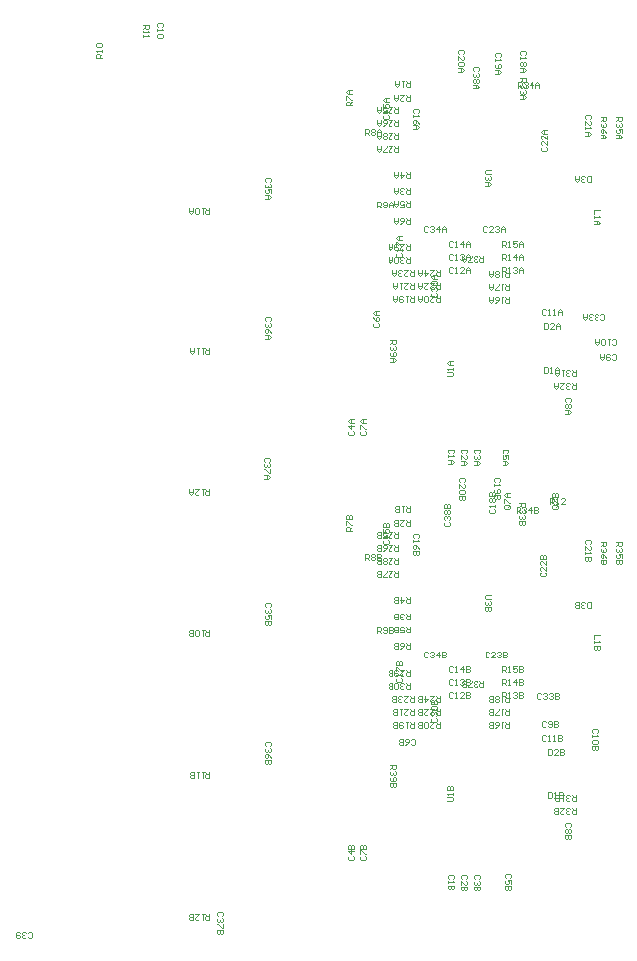
<source format=gbr>
G04 Layer_Color=32768*
%FSLAX26Y26*%
%MOIN*%
%TF.FileFunction,Mechanical*%
%TF.Part,Single*%
G01*
G75*
%TA.AperFunction,NonConductor*%
%ADD75C,0.003937*%
D75*
X3959270Y2263352D02*
X3962550Y2260072D01*
X3969109D01*
X3972389Y2263352D01*
Y2276471D01*
X3969109Y2279751D01*
X3962550D01*
X3959270Y2276471D01*
X3952710Y2263352D02*
X3949430Y2260072D01*
X3942871D01*
X3939591Y2263352D01*
Y2266632D01*
X3942871Y2269912D01*
X3946151D01*
X3942871D01*
X3939591Y2273191D01*
Y2276471D01*
X3942871Y2279751D01*
X3949430D01*
X3952710Y2276471D01*
X3933032D02*
X3929752Y2279751D01*
X3923192D01*
X3919912Y2276471D01*
Y2263352D01*
X3923192Y2260072D01*
X3929752D01*
X3933032Y2263352D01*
Y2266632D01*
X3929752Y2269912D01*
X3919912D01*
X5700905Y3705354D02*
Y3725033D01*
X5710745D01*
X5714025Y3721753D01*
Y3715194D01*
X5710745Y3711914D01*
X5700905D01*
X5707465D02*
X5714025Y3705354D01*
X5720584D02*
X5727144D01*
X5723864D01*
Y3725033D01*
X5720584Y3721753D01*
X5750102Y3705354D02*
X5736983D01*
X5750102Y3718473D01*
Y3721753D01*
X5746822Y3725033D01*
X5740263D01*
X5736983Y3721753D01*
X4208032Y5193032D02*
X4188353D01*
Y5202871D01*
X4191633Y5206151D01*
X4198192D01*
X4201472Y5202871D01*
Y5193032D01*
Y5199591D02*
X4208032Y5206151D01*
Y5212710D02*
Y5219270D01*
Y5215990D01*
X4188353D01*
X4191633Y5212710D01*
Y5229109D02*
X4188353Y5232389D01*
Y5238948D01*
X4191633Y5242228D01*
X4204752D01*
X4208032Y5238948D01*
Y5232389D01*
X4204752Y5229109D01*
X4191633D01*
X4343150Y5303032D02*
X4362828D01*
Y5293192D01*
X4359548Y5289912D01*
X4352989D01*
X4349709Y5293192D01*
Y5303032D01*
Y5296472D02*
X4343150Y5289912D01*
Y5283353D02*
Y5276793D01*
Y5280073D01*
X4362828D01*
X4359548Y5283353D01*
X4343150Y5266954D02*
Y5260395D01*
Y5263674D01*
X4362828D01*
X4359548Y5266954D01*
X4406793Y5294912D02*
X4410072Y5298192D01*
Y5304752D01*
X4406793Y5308032D01*
X4393673D01*
X4390394Y5304752D01*
Y5298192D01*
X4393673Y5294912D01*
X4390394Y5288353D02*
Y5281793D01*
Y5285073D01*
X4410072D01*
X4406793Y5288353D01*
Y5271954D02*
X4410072Y5268674D01*
Y5262115D01*
X4406793Y5258835D01*
X4393673D01*
X4390394Y5262115D01*
Y5268674D01*
X4393673Y5271954D01*
X4406793D01*
X5351475Y3646032D02*
X5348195Y3642753D01*
Y3636193D01*
X5351475Y3632913D01*
X5364594D01*
X5367874Y3636193D01*
Y3642753D01*
X5364594Y3646032D01*
X5351475Y3652592D02*
X5348195Y3655872D01*
Y3662431D01*
X5351475Y3665711D01*
X5354755D01*
X5358035Y3662431D01*
Y3659151D01*
Y3662431D01*
X5361315Y3665711D01*
X5364594D01*
X5367874Y3662431D01*
Y3655872D01*
X5364594Y3652592D01*
X5351475Y3672271D02*
X5348195Y3675550D01*
Y3682110D01*
X5351475Y3685390D01*
X5354755D01*
X5358035Y3682110D01*
X5361315Y3685390D01*
X5364594D01*
X5367874Y3682110D01*
Y3675550D01*
X5364594Y3672271D01*
X5361315D01*
X5358035Y3675550D01*
X5354755Y3672271D01*
X5351475D01*
X5358035Y3675550D02*
Y3682110D01*
X5348195Y3691949D02*
X5367874D01*
Y3701788D01*
X5364594Y3705068D01*
X5361315D01*
X5358035Y3701788D01*
Y3691949D01*
Y3701788D01*
X5354755Y3705068D01*
X5351475D01*
X5348195Y3701788D01*
Y3691949D01*
X5460336Y5149243D02*
X5463616Y5152523D01*
Y5159082D01*
X5460336Y5162362D01*
X5447217D01*
X5443937Y5159082D01*
Y5152523D01*
X5447217Y5149243D01*
X5460336Y5142684D02*
X5463616Y5139404D01*
Y5132844D01*
X5460336Y5129565D01*
X5457056D01*
X5453776Y5132844D01*
Y5136124D01*
Y5132844D01*
X5450497Y5129565D01*
X5447217D01*
X5443937Y5132844D01*
Y5139404D01*
X5447217Y5142684D01*
X5460336Y5123005D02*
X5463616Y5119725D01*
Y5113166D01*
X5460336Y5109886D01*
X5457056D01*
X5453776Y5113166D01*
X5450497Y5109886D01*
X5447217D01*
X5443937Y5113166D01*
Y5119725D01*
X5447217Y5123005D01*
X5450497D01*
X5453776Y5119725D01*
X5457056Y5123005D01*
X5460336D01*
X5453776Y5119725D02*
Y5113166D01*
X5443937Y5103326D02*
X5457056D01*
X5463616Y5096767D01*
X5457056Y5090207D01*
X5443937D01*
X5453776D01*
Y5103326D01*
X4606635Y2330975D02*
X4609915Y2334255D01*
Y2340815D01*
X4606635Y2344094D01*
X4593516D01*
X4590236Y2340815D01*
Y2334255D01*
X4593516Y2330975D01*
X4606635Y2324416D02*
X4609915Y2321136D01*
Y2314577D01*
X4606635Y2311297D01*
X4603355D01*
X4600075Y2314577D01*
Y2317856D01*
Y2314577D01*
X4596796Y2311297D01*
X4593516D01*
X4590236Y2314577D01*
Y2321136D01*
X4593516Y2324416D01*
X4609915Y2304737D02*
Y2291618D01*
X4606635D01*
X4593516Y2304737D01*
X4590236D01*
X4609915Y2285059D02*
X4590236D01*
Y2275219D01*
X4593516Y2271939D01*
X4596796D01*
X4600075Y2275219D01*
Y2285059D01*
Y2275219D01*
X4603355Y2271939D01*
X4606635D01*
X4609915Y2275219D01*
Y2285059D01*
X4764115Y3846723D02*
X4767395Y3850003D01*
Y3856563D01*
X4764115Y3859843D01*
X4750996D01*
X4747717Y3856563D01*
Y3850003D01*
X4750996Y3846723D01*
X4764115Y3840164D02*
X4767395Y3836884D01*
Y3830325D01*
X4764115Y3827045D01*
X4760836D01*
X4757556Y3830325D01*
Y3833604D01*
Y3830325D01*
X4754276Y3827045D01*
X4750996D01*
X4747717Y3830325D01*
Y3836884D01*
X4750996Y3840164D01*
X4767395Y3820485D02*
Y3807366D01*
X4764115D01*
X4750996Y3820485D01*
X4747717D01*
Y3800807D02*
X4760836D01*
X4767395Y3794247D01*
X4760836Y3787688D01*
X4747717D01*
X4757556D01*
Y3800807D01*
X4768052Y2897905D02*
X4771332Y2901184D01*
Y2907744D01*
X4768052Y2911024D01*
X4754933D01*
X4751654Y2907744D01*
Y2901184D01*
X4754933Y2897905D01*
X4768052Y2891345D02*
X4771332Y2888065D01*
Y2881506D01*
X4768052Y2878226D01*
X4764773D01*
X4761493Y2881506D01*
Y2884785D01*
Y2881506D01*
X4758213Y2878226D01*
X4754933D01*
X4751654Y2881506D01*
Y2888065D01*
X4754933Y2891345D01*
X4771332Y2858547D02*
X4768052Y2865107D01*
X4761493Y2871666D01*
X4754933D01*
X4751654Y2868387D01*
Y2861827D01*
X4754933Y2858547D01*
X4758213D01*
X4761493Y2861827D01*
Y2871666D01*
X4771332Y2851988D02*
X4751654D01*
Y2842148D01*
X4754933Y2838869D01*
X4758213D01*
X4761493Y2842148D01*
Y2851988D01*
Y2842148D01*
X4764773Y2838869D01*
X4768052D01*
X4771332Y2842148D01*
Y2851988D01*
X4768052Y4315227D02*
X4771332Y4318507D01*
Y4325067D01*
X4768052Y4328346D01*
X4754933D01*
X4751654Y4325067D01*
Y4318507D01*
X4754933Y4315227D01*
X4768052Y4308668D02*
X4771332Y4305388D01*
Y4298828D01*
X4768052Y4295549D01*
X4764773D01*
X4761493Y4298828D01*
Y4302108D01*
Y4298828D01*
X4758213Y4295549D01*
X4754933D01*
X4751654Y4298828D01*
Y4305388D01*
X4754933Y4308668D01*
X4771332Y4275870D02*
X4768052Y4282430D01*
X4761493Y4288989D01*
X4754933D01*
X4751654Y4285709D01*
Y4279150D01*
X4754933Y4275870D01*
X4758213D01*
X4761493Y4279150D01*
Y4288989D01*
X4751654Y4269311D02*
X4764773D01*
X4771332Y4262751D01*
X4764773Y4256191D01*
X4751654D01*
X4761493D01*
Y4269311D01*
X4768052Y3362471D02*
X4771332Y3365751D01*
Y3372311D01*
X4768052Y3375590D01*
X4754933D01*
X4751654Y3372311D01*
Y3365751D01*
X4754933Y3362471D01*
X4768052Y3355912D02*
X4771332Y3352632D01*
Y3346073D01*
X4768052Y3342793D01*
X4764773D01*
X4761493Y3346073D01*
Y3349352D01*
Y3346073D01*
X4758213Y3342793D01*
X4754933D01*
X4751654Y3346073D01*
Y3352632D01*
X4754933Y3355912D01*
X4771332Y3323114D02*
Y3336233D01*
X4761493D01*
X4764773Y3329674D01*
Y3326394D01*
X4761493Y3323114D01*
X4754933D01*
X4751654Y3326394D01*
Y3332954D01*
X4754933Y3336233D01*
X4771332Y3316555D02*
X4751654D01*
Y3306715D01*
X4754933Y3303436D01*
X4758213D01*
X4761493Y3306715D01*
Y3316555D01*
Y3306715D01*
X4764773Y3303436D01*
X4768052D01*
X4771332Y3306715D01*
Y3316555D01*
X4768052Y4779794D02*
X4771332Y4783074D01*
Y4789633D01*
X4768052Y4792913D01*
X4754933D01*
X4751654Y4789633D01*
Y4783074D01*
X4754933Y4779794D01*
X4768052Y4773235D02*
X4771332Y4769955D01*
Y4763395D01*
X4768052Y4760116D01*
X4764773D01*
X4761493Y4763395D01*
Y4766675D01*
Y4763395D01*
X4758213Y4760116D01*
X4754933D01*
X4751654Y4763395D01*
Y4769955D01*
X4754933Y4773235D01*
X4771332Y4740437D02*
Y4753556D01*
X4761493D01*
X4764773Y4746997D01*
Y4743717D01*
X4761493Y4740437D01*
X4754933D01*
X4751654Y4743717D01*
Y4750276D01*
X4754933Y4753556D01*
X4751654Y4733877D02*
X4764773D01*
X4771332Y4727318D01*
X4764773Y4720758D01*
X4751654D01*
X4761493D01*
Y4733877D01*
X5724043Y3702962D02*
X5710924D01*
X5707644Y3699682D01*
Y3693122D01*
X5710924Y3689843D01*
X5724043D01*
X5727323Y3693122D01*
Y3699682D01*
X5720763Y3696402D02*
X5727323Y3702962D01*
Y3699682D02*
X5724043Y3702962D01*
X5707644Y3709521D02*
Y3722640D01*
X5710924D01*
X5724043Y3709521D01*
X5727323D01*
X5707644Y3729200D02*
X5727323D01*
Y3739039D01*
X5724043Y3742319D01*
X5720763D01*
X5717484Y3739039D01*
Y3729200D01*
Y3739039D01*
X5714204Y3742319D01*
X5710924D01*
X5707644Y3739039D01*
Y3729200D01*
X5562626Y3702962D02*
X5549507D01*
X5546227Y3699682D01*
Y3693122D01*
X5549507Y3689843D01*
X5562626D01*
X5565905Y3693122D01*
Y3699682D01*
X5559346Y3696402D02*
X5565905Y3702962D01*
Y3699682D02*
X5562626Y3702962D01*
X5546227Y3709521D02*
Y3722640D01*
X5549507D01*
X5562626Y3709521D01*
X5565905D01*
Y3729200D02*
X5552786D01*
X5546227Y3735759D01*
X5552786Y3742319D01*
X5565905D01*
X5556066D01*
Y3729200D01*
X5168346Y2834528D02*
X5188025D01*
Y2824688D01*
X5184745Y2821408D01*
X5178186D01*
X5174906Y2824688D01*
Y2834528D01*
Y2827968D02*
X5168346Y2821408D01*
X5184745Y2814849D02*
X5188025Y2811569D01*
Y2805010D01*
X5184745Y2801730D01*
X5181466D01*
X5178186Y2805010D01*
Y2808289D01*
Y2805010D01*
X5174906Y2801730D01*
X5171626D01*
X5168346Y2805010D01*
Y2811569D01*
X5171626Y2814849D01*
Y2795170D02*
X5168346Y2791890D01*
Y2785331D01*
X5171626Y2782051D01*
X5184745D01*
X5188025Y2785331D01*
Y2791890D01*
X5184745Y2795170D01*
X5181466D01*
X5178186Y2791890D01*
Y2782051D01*
X5188025Y2775492D02*
X5168346D01*
Y2765652D01*
X5171626Y2762373D01*
X5174906D01*
X5178186Y2765652D01*
Y2775492D01*
Y2765652D01*
X5181466Y2762373D01*
X5184745D01*
X5188025Y2765652D01*
Y2775492D01*
X5168346Y4251850D02*
X5188025D01*
Y4242011D01*
X5184745Y4238731D01*
X5178186D01*
X5174906Y4242011D01*
Y4251850D01*
Y4245291D02*
X5168346Y4238731D01*
X5184745Y4232172D02*
X5188025Y4228892D01*
Y4222332D01*
X5184745Y4219053D01*
X5181466D01*
X5178186Y4222332D01*
Y4225612D01*
Y4222332D01*
X5174906Y4219053D01*
X5171626D01*
X5168346Y4222332D01*
Y4228892D01*
X5171626Y4232172D01*
Y4212493D02*
X5168346Y4209213D01*
Y4202654D01*
X5171626Y4199374D01*
X5184745D01*
X5188025Y4202654D01*
Y4209213D01*
X5184745Y4212493D01*
X5181466D01*
X5178186Y4209213D01*
Y4199374D01*
X5168346Y4192815D02*
X5181466D01*
X5188025Y4186255D01*
X5181466Y4179695D01*
X5168346D01*
X5178186D01*
Y4192815D01*
X5356069Y2714567D02*
X5372468D01*
X5375748Y2717846D01*
Y2724406D01*
X5372468Y2727686D01*
X5356069D01*
X5375748Y2734245D02*
Y2740805D01*
Y2737525D01*
X5356069D01*
X5359349Y2734245D01*
X5356069Y2750644D02*
X5375748D01*
Y2760483D01*
X5372468Y2763763D01*
X5369189D01*
X5365909Y2760483D01*
Y2750644D01*
Y2760483D01*
X5362629Y2763763D01*
X5359349D01*
X5356069Y2760483D01*
Y2750644D01*
X5124528Y3276220D02*
Y3295899D01*
X5134367D01*
X5137647Y3292619D01*
Y3286059D01*
X5134367Y3282780D01*
X5124528D01*
X5131087D02*
X5137647Y3276220D01*
X5144206Y3279500D02*
X5147486Y3276220D01*
X5154046D01*
X5157325Y3279500D01*
Y3292619D01*
X5154046Y3295899D01*
X5147486D01*
X5144206Y3292619D01*
Y3289339D01*
X5147486Y3286059D01*
X5157325D01*
X5163885Y3295899D02*
Y3276220D01*
X5173724D01*
X5177004Y3279500D01*
Y3282780D01*
X5173724Y3286059D01*
X5163885D01*
X5173724D01*
X5177004Y3289339D01*
Y3292619D01*
X5173724Y3295899D01*
X5163885D01*
X5234528Y3241496D02*
Y3221817D01*
X5224688D01*
X5221409Y3225097D01*
Y3231657D01*
X5224688Y3234936D01*
X5234528D01*
X5227968D02*
X5221409Y3241496D01*
X5201730Y3221817D02*
X5208290Y3225097D01*
X5214849Y3231657D01*
Y3238216D01*
X5211569Y3241496D01*
X5205010D01*
X5201730Y3238216D01*
Y3234936D01*
X5205010Y3231657D01*
X5214849D01*
X5195171Y3221817D02*
Y3241496D01*
X5185331D01*
X5182051Y3238216D01*
Y3234936D01*
X5185331Y3231657D01*
X5195171D01*
X5185331D01*
X5182051Y3228377D01*
Y3225097D01*
X5185331Y3221817D01*
X5195171D01*
X5234528Y3296614D02*
Y3276935D01*
X5224688D01*
X5221409Y3280215D01*
Y3286775D01*
X5224688Y3290054D01*
X5234528D01*
X5227968D02*
X5221409Y3296614D01*
X5201730Y3276935D02*
X5214849D01*
Y3286775D01*
X5208290Y3283495D01*
X5205010D01*
X5201730Y3286775D01*
Y3293334D01*
X5205010Y3296614D01*
X5211569D01*
X5214849Y3293334D01*
X5195171Y3276935D02*
Y3296614D01*
X5185331D01*
X5182051Y3293334D01*
Y3290054D01*
X5185331Y3286775D01*
X5195171D01*
X5185331D01*
X5182051Y3283495D01*
Y3280215D01*
X5185331Y3276935D01*
X5195171D01*
X5785709Y2690315D02*
Y2670636D01*
X5775869D01*
X5772590Y2673916D01*
Y2680475D01*
X5775869Y2683755D01*
X5785709D01*
X5779149D02*
X5772590Y2690315D01*
X5766030Y2673916D02*
X5762750Y2670636D01*
X5756191D01*
X5752911Y2673916D01*
Y2677195D01*
X5756191Y2680475D01*
X5759471D01*
X5756191D01*
X5752911Y2683755D01*
Y2687035D01*
X5756191Y2690315D01*
X5762750D01*
X5766030Y2687035D01*
X5733233Y2690315D02*
X5746352D01*
X5733233Y2677195D01*
Y2673916D01*
X5736512Y2670636D01*
X5743072D01*
X5746352Y2673916D01*
X5726673Y2670636D02*
Y2690315D01*
X5716834D01*
X5713554Y2687035D01*
Y2683755D01*
X5716834Y2680475D01*
X5726673D01*
X5716834D01*
X5713554Y2677195D01*
Y2673916D01*
X5716834Y2670636D01*
X5726673D01*
X5785709Y2733622D02*
Y2713943D01*
X5775869D01*
X5772590Y2717223D01*
Y2723782D01*
X5775869Y2727062D01*
X5785709D01*
X5779149D02*
X5772590Y2733622D01*
X5766030Y2717223D02*
X5762750Y2713943D01*
X5756191D01*
X5752911Y2717223D01*
Y2720503D01*
X5756191Y2723782D01*
X5759471D01*
X5756191D01*
X5752911Y2727062D01*
Y2730342D01*
X5756191Y2733622D01*
X5762750D01*
X5766030Y2730342D01*
X5746352Y2733622D02*
X5739792D01*
X5743072D01*
Y2713943D01*
X5746352Y2717223D01*
X5729953Y2713943D02*
Y2733622D01*
X5720113D01*
X5716834Y2730342D01*
Y2727062D01*
X5720113Y2723782D01*
X5729953D01*
X5720113D01*
X5716834Y2720503D01*
Y2717223D01*
X5720113Y2713943D01*
X5729953D01*
X5234528Y3395039D02*
Y3375360D01*
X5224688D01*
X5221409Y3378640D01*
Y3385200D01*
X5224688Y3388480D01*
X5234528D01*
X5227968D02*
X5221409Y3395039D01*
X5205010D02*
Y3375360D01*
X5214849Y3385200D01*
X5201730D01*
X5195171Y3375360D02*
Y3395039D01*
X5185331D01*
X5182051Y3391759D01*
Y3388480D01*
X5185331Y3385200D01*
X5195171D01*
X5185331D01*
X5182051Y3381920D01*
Y3378640D01*
X5185331Y3375360D01*
X5195171D01*
X5234528Y3339921D02*
Y3320242D01*
X5224688D01*
X5221409Y3323522D01*
Y3330082D01*
X5224688Y3333361D01*
X5234528D01*
X5227968D02*
X5221409Y3339921D01*
X5214849Y3323522D02*
X5211569Y3320242D01*
X5205010D01*
X5201730Y3323522D01*
Y3326802D01*
X5205010Y3330082D01*
X5208290D01*
X5205010D01*
X5201730Y3333361D01*
Y3336641D01*
X5205010Y3339921D01*
X5211569D01*
X5214849Y3336641D01*
X5195171Y3320242D02*
Y3339921D01*
X5185331D01*
X5182051Y3336641D01*
Y3333361D01*
X5185331Y3330082D01*
X5195171D01*
X5185331D01*
X5182051Y3326802D01*
Y3323522D01*
X5185331Y3320242D01*
X5195171D01*
X5332953Y3066299D02*
Y3046620D01*
X5323114D01*
X5319834Y3049900D01*
Y3056460D01*
X5323114Y3059739D01*
X5332953D01*
X5326394D02*
X5319834Y3066299D01*
X5300155D02*
X5313274D01*
X5300155Y3053180D01*
Y3049900D01*
X5303435Y3046620D01*
X5309995D01*
X5313274Y3049900D01*
X5283757Y3066299D02*
Y3046620D01*
X5293596Y3056460D01*
X5280477D01*
X5273917Y3046620D02*
Y3066299D01*
X5264078D01*
X5260798Y3063019D01*
Y3059739D01*
X5264078Y3056460D01*
X5273917D01*
X5264078D01*
X5260798Y3053180D01*
Y3049900D01*
X5264078Y3046620D01*
X5273917D01*
X5246339Y3066299D02*
Y3046620D01*
X5236499D01*
X5233220Y3049900D01*
Y3056460D01*
X5236499Y3059739D01*
X5246339D01*
X5239779D02*
X5233220Y3066299D01*
X5213541D02*
X5226660D01*
X5213541Y3053180D01*
Y3049900D01*
X5216821Y3046620D01*
X5223380D01*
X5226660Y3049900D01*
X5206982D02*
X5203702Y3046620D01*
X5197142D01*
X5193863Y3049900D01*
Y3053180D01*
X5197142Y3056460D01*
X5200422D01*
X5197142D01*
X5193863Y3059739D01*
Y3063019D01*
X5197142Y3066299D01*
X5203702D01*
X5206982Y3063019D01*
X5187303Y3046620D02*
Y3066299D01*
X5177464D01*
X5174184Y3063019D01*
Y3059739D01*
X5177464Y3056460D01*
X5187303D01*
X5177464D01*
X5174184Y3053180D01*
Y3049900D01*
X5177464Y3046620D01*
X5187303D01*
X5234213Y3650945D02*
Y3631266D01*
X5224373D01*
X5221094Y3634546D01*
Y3641105D01*
X5224373Y3644385D01*
X5234213D01*
X5227653D02*
X5221094Y3650945D01*
X5201415D02*
X5214534D01*
X5201415Y3637826D01*
Y3634546D01*
X5204695Y3631266D01*
X5211254D01*
X5214534Y3634546D01*
X5194855Y3631266D02*
Y3650945D01*
X5185016D01*
X5181736Y3647665D01*
Y3644385D01*
X5185016Y3641105D01*
X5194855D01*
X5185016D01*
X5181736Y3637826D01*
Y3634546D01*
X5185016Y3631266D01*
X5194855D01*
X5332953Y3022992D02*
Y3003313D01*
X5323114D01*
X5319834Y3006593D01*
Y3013153D01*
X5323114Y3016432D01*
X5332953D01*
X5326394D02*
X5319834Y3022992D01*
X5300155D02*
X5313274D01*
X5300155Y3009873D01*
Y3006593D01*
X5303435Y3003313D01*
X5309995D01*
X5313274Y3006593D01*
X5280477Y3022992D02*
X5293596D01*
X5280477Y3009873D01*
Y3006593D01*
X5283757Y3003313D01*
X5290316D01*
X5293596Y3006593D01*
X5273917Y3003313D02*
Y3022992D01*
X5264078D01*
X5260798Y3019712D01*
Y3016432D01*
X5264078Y3013153D01*
X5273917D01*
X5264078D01*
X5260798Y3009873D01*
Y3006593D01*
X5264078Y3003313D01*
X5273917D01*
X5246339Y3022992D02*
Y3003313D01*
X5236499D01*
X5233220Y3006593D01*
Y3013153D01*
X5236499Y3016432D01*
X5246339D01*
X5239779D02*
X5233220Y3022992D01*
X5213541D02*
X5226660D01*
X5213541Y3009873D01*
Y3006593D01*
X5216821Y3003313D01*
X5223380D01*
X5226660Y3006593D01*
X5206982Y3022992D02*
X5200422D01*
X5203702D01*
Y3003313D01*
X5206982Y3006593D01*
X5190583Y3003313D02*
Y3022992D01*
X5180743D01*
X5177464Y3019712D01*
Y3016432D01*
X5180743Y3013153D01*
X5190583D01*
X5180743D01*
X5177464Y3009873D01*
Y3006593D01*
X5180743Y3003313D01*
X5190583D01*
X5332953Y2979685D02*
Y2960006D01*
X5323114D01*
X5319834Y2963286D01*
Y2969845D01*
X5323114Y2973125D01*
X5332953D01*
X5326394D02*
X5319834Y2979685D01*
X5300155D02*
X5313274D01*
X5300155Y2966566D01*
Y2963286D01*
X5303435Y2960006D01*
X5309995D01*
X5313274Y2963286D01*
X5293596D02*
X5290316Y2960006D01*
X5283757D01*
X5280477Y2963286D01*
Y2976405D01*
X5283757Y2979685D01*
X5290316D01*
X5293596Y2976405D01*
Y2963286D01*
X5273917Y2960006D02*
Y2979685D01*
X5264078D01*
X5260798Y2976405D01*
Y2973125D01*
X5264078Y2969845D01*
X5273917D01*
X5264078D01*
X5260798Y2966566D01*
Y2963286D01*
X5264078Y2960006D01*
X5273917D01*
X5246339Y2979685D02*
Y2960006D01*
X5236499D01*
X5233220Y2963286D01*
Y2969845D01*
X5236499Y2973125D01*
X5246339D01*
X5239779D02*
X5233220Y2979685D01*
X5226660D02*
X5220101D01*
X5223380D01*
Y2960006D01*
X5226660Y2963286D01*
X5210261Y2976405D02*
X5206981Y2979685D01*
X5200422D01*
X5197142Y2976405D01*
Y2963286D01*
X5200422Y2960006D01*
X5206981D01*
X5210261Y2963286D01*
Y2966566D01*
X5206981Y2969845D01*
X5197142D01*
X5190583Y2960006D02*
Y2979685D01*
X5180743D01*
X5177464Y2976405D01*
Y2973125D01*
X5180743Y2969845D01*
X5190583D01*
X5180743D01*
X5177464Y2966566D01*
Y2963286D01*
X5180743Y2960006D01*
X5190583D01*
X5541850Y3144330D02*
Y3164009D01*
X5551690D01*
X5554970Y3160729D01*
Y3154170D01*
X5551690Y3150890D01*
X5541850D01*
X5548410D02*
X5554970Y3144330D01*
X5561529D02*
X5568089D01*
X5564809D01*
Y3164009D01*
X5561529Y3160729D01*
X5591047Y3164009D02*
X5577928D01*
Y3154170D01*
X5584488Y3157450D01*
X5587767D01*
X5591047Y3154170D01*
Y3147610D01*
X5587767Y3144330D01*
X5581208D01*
X5577928Y3147610D01*
X5597607Y3164009D02*
Y3144330D01*
X5607446D01*
X5610726Y3147610D01*
Y3150890D01*
X5607446Y3154170D01*
X5597607D01*
X5607446D01*
X5610726Y3157450D01*
Y3160729D01*
X5607446Y3164009D01*
X5597607D01*
X5541850Y3101023D02*
Y3120702D01*
X5551690D01*
X5554970Y3117422D01*
Y3110863D01*
X5551690Y3107583D01*
X5541850D01*
X5548410D02*
X5554970Y3101023D01*
X5561529D02*
X5568089D01*
X5564809D01*
Y3120702D01*
X5561529Y3117422D01*
X5587767Y3101023D02*
Y3120702D01*
X5577928Y3110863D01*
X5591047D01*
X5597607Y3120702D02*
Y3101023D01*
X5607446D01*
X5610726Y3104303D01*
Y3107583D01*
X5607446Y3110863D01*
X5597607D01*
X5607446D01*
X5610726Y3114142D01*
Y3117422D01*
X5607446Y3120702D01*
X5597607D01*
X5541850Y3057716D02*
Y3077395D01*
X5551690D01*
X5554970Y3074115D01*
Y3067556D01*
X5551690Y3064276D01*
X5541850D01*
X5548410D02*
X5554970Y3057716D01*
X5561529D02*
X5568089D01*
X5564809D01*
Y3077395D01*
X5561529Y3074115D01*
X5577928D02*
X5581208Y3077395D01*
X5587767D01*
X5591047Y3074115D01*
Y3070835D01*
X5587767Y3067556D01*
X5584488D01*
X5587767D01*
X5591047Y3064276D01*
Y3060996D01*
X5587767Y3057716D01*
X5581208D01*
X5577928Y3060996D01*
X5597607Y3077395D02*
Y3057716D01*
X5607446D01*
X5610726Y3060996D01*
Y3064276D01*
X5607446Y3067556D01*
X5597607D01*
X5607446D01*
X5610726Y3070835D01*
Y3074115D01*
X5607446Y3077395D01*
X5597607D01*
X5565236Y2977716D02*
Y2958038D01*
X5555397D01*
X5552117Y2961317D01*
Y2967877D01*
X5555397Y2971157D01*
X5565236D01*
X5558677D02*
X5552117Y2977716D01*
X5545558D02*
X5538998D01*
X5542278D01*
Y2958038D01*
X5545558Y2961317D01*
X5516040Y2958038D02*
X5522599Y2961317D01*
X5529159Y2967877D01*
Y2974436D01*
X5525879Y2977716D01*
X5519319D01*
X5516040Y2974436D01*
Y2971157D01*
X5519319Y2967877D01*
X5529159D01*
X5509480Y2958038D02*
Y2977716D01*
X5499641D01*
X5496361Y2974436D01*
Y2971157D01*
X5499641Y2967877D01*
X5509480D01*
X5499641D01*
X5496361Y2964597D01*
Y2961317D01*
X5499641Y2958038D01*
X5509480D01*
X5565236Y3021023D02*
Y3001345D01*
X5555397D01*
X5552117Y3004624D01*
Y3011184D01*
X5555397Y3014464D01*
X5565236D01*
X5558677D02*
X5552117Y3021023D01*
X5545558D02*
X5538998D01*
X5542278D01*
Y3001345D01*
X5545558Y3004624D01*
X5529159Y3001345D02*
X5516040D01*
Y3004624D01*
X5529159Y3017744D01*
Y3021023D01*
X5509480Y3001345D02*
Y3021023D01*
X5499641D01*
X5496361Y3017744D01*
Y3014464D01*
X5499641Y3011184D01*
X5509480D01*
X5499641D01*
X5496361Y3007904D01*
Y3004624D01*
X5499641Y3001345D01*
X5509480D01*
X5565236Y3064330D02*
Y3044652D01*
X5555397D01*
X5552117Y3047932D01*
Y3054491D01*
X5555397Y3057771D01*
X5565236D01*
X5558677D02*
X5552117Y3064330D01*
X5545558D02*
X5538998D01*
X5542278D01*
Y3044652D01*
X5545558Y3047932D01*
X5529159D02*
X5525879Y3044652D01*
X5519319D01*
X5516040Y3047932D01*
Y3051211D01*
X5519319Y3054491D01*
X5516040Y3057771D01*
Y3061051D01*
X5519319Y3064330D01*
X5525879D01*
X5529159Y3061051D01*
Y3057771D01*
X5525879Y3054491D01*
X5529159Y3051211D01*
Y3047932D01*
X5525879Y3054491D02*
X5519319D01*
X5509480Y3044652D02*
Y3064330D01*
X5499641D01*
X5496361Y3061051D01*
Y3057771D01*
X5499641Y3054491D01*
X5509480D01*
X5499641D01*
X5496361Y3051211D01*
Y3047932D01*
X5499641Y3044652D01*
X5509480D01*
X5693268Y2887513D02*
Y2867835D01*
X5703107D01*
X5706387Y2871114D01*
Y2884233D01*
X5703107Y2887513D01*
X5693268D01*
X5726065Y2867835D02*
X5712946D01*
X5726065Y2880954D01*
Y2884233D01*
X5722786Y2887513D01*
X5716226D01*
X5712946Y2884233D01*
X5732625Y2887513D02*
Y2867835D01*
X5742464D01*
X5745744Y2871114D01*
Y2874394D01*
X5742464Y2877674D01*
X5732625D01*
X5742464D01*
X5745744Y2880954D01*
Y2884233D01*
X5742464Y2887513D01*
X5732625D01*
X5693268Y2745781D02*
Y2726102D01*
X5703107D01*
X5706387Y2729382D01*
Y2742501D01*
X5703107Y2745781D01*
X5693268D01*
X5712946Y2726102D02*
X5719506D01*
X5716226D01*
Y2745781D01*
X5712946Y2742501D01*
X5729345Y2745781D02*
Y2726102D01*
X5739185D01*
X5742464Y2729382D01*
Y2732662D01*
X5739185Y2735942D01*
X5729345D01*
X5739185D01*
X5742464Y2739221D01*
Y2742501D01*
X5739185Y2745781D01*
X5729345D01*
X5420966Y2456330D02*
X5424245Y2459610D01*
Y2466169D01*
X5420966Y2469449D01*
X5407847D01*
X5404567Y2466169D01*
Y2459610D01*
X5407847Y2456330D01*
X5404567Y2436651D02*
Y2449770D01*
X5417686Y2436651D01*
X5420966D01*
X5424245Y2439931D01*
Y2446490D01*
X5420966Y2449770D01*
X5424245Y2430092D02*
X5404567D01*
Y2420252D01*
X5407847Y2416972D01*
X5411126D01*
X5414406Y2420252D01*
Y2430092D01*
Y2420252D01*
X5417686Y2416972D01*
X5420966D01*
X5424245Y2420252D01*
Y2430092D01*
X5857974Y2940582D02*
X5861253Y2943861D01*
Y2950421D01*
X5857974Y2953701D01*
X5844855D01*
X5841575Y2950421D01*
Y2943861D01*
X5844855Y2940582D01*
X5841575Y2934022D02*
Y2927463D01*
Y2930742D01*
X5861253D01*
X5857974Y2934022D01*
Y2917623D02*
X5861253Y2914343D01*
Y2907784D01*
X5857974Y2904504D01*
X5844855D01*
X5841575Y2907784D01*
Y2914343D01*
X5844855Y2917623D01*
X5857974D01*
X5861253Y2897945D02*
X5841575D01*
Y2888105D01*
X5844855Y2884825D01*
X5848134D01*
X5851414Y2888105D01*
Y2897945D01*
Y2888105D01*
X5854694Y2884825D01*
X5857974D01*
X5861253Y2888105D01*
Y2897945D01*
X5464273Y2456330D02*
X5467553Y2459610D01*
Y2466169D01*
X5464273Y2469449D01*
X5451154D01*
X5447874Y2466169D01*
Y2459610D01*
X5451154Y2456330D01*
X5464273Y2449770D02*
X5467553Y2446490D01*
Y2439931D01*
X5464273Y2436651D01*
X5460993D01*
X5457713Y2439931D01*
Y2443211D01*
Y2439931D01*
X5454434Y2436651D01*
X5451154D01*
X5447874Y2439931D01*
Y2446490D01*
X5451154Y2449770D01*
X5467553Y2430092D02*
X5447874D01*
Y2420252D01*
X5451154Y2416972D01*
X5454434D01*
X5457713Y2420252D01*
Y2430092D01*
Y2420252D01*
X5460993Y2416972D01*
X5464273D01*
X5467553Y2420252D01*
Y2430092D01*
X5687765Y2977659D02*
X5684485Y2980938D01*
X5677926D01*
X5674646Y2977659D01*
Y2964540D01*
X5677926Y2961260D01*
X5684485D01*
X5687765Y2964540D01*
X5694324D02*
X5697604Y2961260D01*
X5704164D01*
X5707443Y2964540D01*
Y2977659D01*
X5704164Y2980938D01*
X5697604D01*
X5694324Y2977659D01*
Y2974379D01*
X5697604Y2971099D01*
X5707443D01*
X5714003Y2980938D02*
Y2961260D01*
X5723842D01*
X5727122Y2964540D01*
Y2967819D01*
X5723842Y2971099D01*
X5714003D01*
X5723842D01*
X5727122Y2974379D01*
Y2977659D01*
X5723842Y2980938D01*
X5714003D01*
X5294064Y3209942D02*
X5290784Y3213222D01*
X5284225D01*
X5280945Y3209942D01*
Y3196823D01*
X5284225Y3193543D01*
X5290784D01*
X5294064Y3196823D01*
X5300623Y3209942D02*
X5303903Y3213222D01*
X5310463D01*
X5313743Y3209942D01*
Y3206662D01*
X5310463Y3203383D01*
X5307183D01*
X5310463D01*
X5313743Y3200103D01*
Y3196823D01*
X5310463Y3193543D01*
X5303903D01*
X5300623Y3196823D01*
X5330141Y3193543D02*
Y3213222D01*
X5320302Y3203383D01*
X5333421D01*
X5339981Y3213222D02*
Y3193543D01*
X5349820D01*
X5353100Y3196823D01*
Y3200103D01*
X5349820Y3203383D01*
X5339981D01*
X5349820D01*
X5353100Y3206662D01*
Y3209942D01*
X5349820Y3213222D01*
X5339981D01*
X5501081Y3689340D02*
X5497802Y3686060D01*
Y3679500D01*
X5501081Y3676220D01*
X5514200D01*
X5517480Y3679500D01*
Y3686060D01*
X5514200Y3689340D01*
X5517480Y3695899D02*
Y3702459D01*
Y3699179D01*
X5497802D01*
X5501081Y3695899D01*
Y3712298D02*
X5497802Y3715578D01*
Y3722137D01*
X5501081Y3725417D01*
X5504361D01*
X5507641Y3722137D01*
X5510921Y3725417D01*
X5514200D01*
X5517480Y3722137D01*
Y3715578D01*
X5514200Y3712298D01*
X5510921D01*
X5507641Y3715578D01*
X5504361Y3712298D01*
X5501081D01*
X5507641Y3715578D02*
Y3722137D01*
X5497802Y3731977D02*
X5517480D01*
Y3741816D01*
X5514200Y3745096D01*
X5510921D01*
X5507641Y3741816D01*
Y3731977D01*
Y3741816D01*
X5504361Y3745096D01*
X5501081D01*
X5497802Y3741816D01*
Y3731977D01*
X5306200Y2991150D02*
X5302920Y2987870D01*
Y2981311D01*
X5306200Y2978031D01*
X5319319D01*
X5322599Y2981311D01*
Y2987870D01*
X5319319Y2991150D01*
X5306200Y2997710D02*
X5302920Y3000990D01*
Y3007549D01*
X5306200Y3010829D01*
X5309479D01*
X5312759Y3007549D01*
Y3004269D01*
Y3007549D01*
X5316039Y3010829D01*
X5319319D01*
X5322599Y3007549D01*
Y3000990D01*
X5319319Y2997710D01*
X5306200Y3017388D02*
X5302920Y3020668D01*
Y3027228D01*
X5306200Y3030507D01*
X5319319D01*
X5322599Y3027228D01*
Y3020668D01*
X5319319Y3017388D01*
X5306200D01*
X5302920Y3037067D02*
X5322599D01*
Y3046906D01*
X5319319Y3050186D01*
X5316039D01*
X5312759Y3046906D01*
Y3037067D01*
Y3046906D01*
X5309479Y3050186D01*
X5306200D01*
X5302920Y3046906D01*
Y3037067D01*
X5687765Y2932383D02*
X5684485Y2935662D01*
X5677926D01*
X5674646Y2932383D01*
Y2919264D01*
X5677926Y2915984D01*
X5684485D01*
X5687765Y2919264D01*
X5694324Y2915984D02*
X5700884D01*
X5697604D01*
Y2935662D01*
X5694324Y2932383D01*
X5710723Y2915984D02*
X5717283D01*
X5714003D01*
Y2935662D01*
X5710723Y2932383D01*
X5727122Y2935662D02*
Y2915984D01*
X5736962D01*
X5740241Y2919264D01*
Y2922543D01*
X5736962Y2925823D01*
X5727122D01*
X5736962D01*
X5740241Y2929103D01*
Y2932383D01*
X5736962Y2935662D01*
X5727122D01*
X5377659Y2456330D02*
X5380939Y2459610D01*
Y2466169D01*
X5377659Y2469449D01*
X5364540D01*
X5361260Y2466169D01*
Y2459610D01*
X5364540Y2456330D01*
X5361260Y2449770D02*
Y2443211D01*
Y2446490D01*
X5380939D01*
X5377659Y2449770D01*
X5380939Y2433371D02*
X5361260D01*
Y2423532D01*
X5364540Y2420252D01*
X5367819D01*
X5371099Y2423532D01*
Y2433371D01*
Y2423532D01*
X5374379Y2420252D01*
X5377659D01*
X5380939Y2423532D01*
Y2433371D01*
X5767423Y2627589D02*
X5770702Y2630869D01*
Y2637428D01*
X5767423Y2640708D01*
X5754303D01*
X5751024Y2637428D01*
Y2630869D01*
X5754303Y2627589D01*
X5767423Y2621030D02*
X5770702Y2617750D01*
Y2611190D01*
X5767423Y2607911D01*
X5764143D01*
X5760863Y2611190D01*
X5757583Y2607911D01*
X5754303D01*
X5751024Y2611190D01*
Y2617750D01*
X5754303Y2621030D01*
X5757583D01*
X5760863Y2617750D01*
X5764143Y2621030D01*
X5767423D01*
X5760863Y2617750D02*
Y2611190D01*
X5770702Y2601351D02*
X5751024D01*
Y2591512D01*
X5754303Y2588232D01*
X5757583D01*
X5760863Y2591512D01*
Y2601351D01*
Y2591512D01*
X5764143Y2588232D01*
X5767423D01*
X5770702Y2591512D01*
Y2601351D01*
X5069979Y2530520D02*
X5066699Y2527240D01*
Y2520681D01*
X5069979Y2517401D01*
X5083098D01*
X5086378Y2520681D01*
Y2527240D01*
X5083098Y2530520D01*
X5066699Y2537080D02*
Y2550199D01*
X5069979D01*
X5083098Y2537080D01*
X5086378D01*
X5066699Y2556758D02*
X5086378D01*
Y2566598D01*
X5083098Y2569878D01*
X5079819D01*
X5076539Y2566598D01*
Y2556758D01*
Y2566598D01*
X5073259Y2569878D01*
X5069979D01*
X5066699Y2566598D01*
Y2556758D01*
X5238220Y2904231D02*
X5241499Y2900951D01*
X5248059D01*
X5251339Y2904231D01*
Y2917350D01*
X5248059Y2920630D01*
X5241499D01*
X5238220Y2917350D01*
X5218541Y2900951D02*
X5225100Y2904231D01*
X5231660Y2910791D01*
Y2917350D01*
X5228380Y2920630D01*
X5221821D01*
X5218541Y2917350D01*
Y2914070D01*
X5221821Y2910791D01*
X5231660D01*
X5211981Y2900951D02*
Y2920630D01*
X5202142D01*
X5198862Y2917350D01*
Y2914070D01*
X5202142Y2910791D01*
X5211981D01*
X5202142D01*
X5198862Y2907511D01*
Y2904231D01*
X5202142Y2900951D01*
X5211981D01*
X5566635Y2458298D02*
X5569915Y2461578D01*
Y2468137D01*
X5566635Y2471417D01*
X5553516D01*
X5550236Y2468137D01*
Y2461578D01*
X5553516Y2458298D01*
X5569915Y2438619D02*
Y2451738D01*
X5560076D01*
X5563355Y2445179D01*
Y2441899D01*
X5560076Y2438619D01*
X5553516D01*
X5550236Y2441899D01*
Y2448459D01*
X5553516Y2451738D01*
X5569915Y2432060D02*
X5550236D01*
Y2422220D01*
X5553516Y2418941D01*
X5556796D01*
X5560076Y2422220D01*
Y2432060D01*
Y2422220D01*
X5563355Y2418941D01*
X5566635D01*
X5569915Y2422220D01*
Y2432060D01*
X5030609Y2530520D02*
X5027329Y2527240D01*
Y2520681D01*
X5030609Y2517401D01*
X5043728D01*
X5047008Y2520681D01*
Y2527240D01*
X5043728Y2530520D01*
X5047008Y2546919D02*
X5027329D01*
X5037169Y2537080D01*
Y2550199D01*
X5027329Y2556758D02*
X5047008D01*
Y2566598D01*
X5043728Y2569878D01*
X5040449D01*
X5037169Y2566598D01*
Y2556758D01*
Y2566598D01*
X5033889Y2569878D01*
X5030609D01*
X5027329Y2566598D01*
Y2556758D01*
X5376741Y3160729D02*
X5373462Y3164009D01*
X5366902D01*
X5363622Y3160729D01*
Y3147610D01*
X5366902Y3144330D01*
X5373462D01*
X5376741Y3147610D01*
X5383301Y3144330D02*
X5389860D01*
X5386581D01*
Y3164009D01*
X5383301Y3160729D01*
X5409539Y3144330D02*
Y3164009D01*
X5399700Y3154170D01*
X5412819D01*
X5419378Y3164009D02*
Y3144330D01*
X5429218D01*
X5432497Y3147610D01*
Y3150890D01*
X5429218Y3154170D01*
X5419378D01*
X5429218D01*
X5432497Y3157450D01*
Y3160729D01*
X5429218Y3164009D01*
X5419378D01*
X5376741Y3117422D02*
X5373462Y3120702D01*
X5366902D01*
X5363622Y3117422D01*
Y3104303D01*
X5366902Y3101023D01*
X5373462D01*
X5376741Y3104303D01*
X5383301Y3101023D02*
X5389860D01*
X5386581D01*
Y3120702D01*
X5383301Y3117422D01*
X5399700D02*
X5402980Y3120702D01*
X5409539D01*
X5412819Y3117422D01*
Y3114142D01*
X5409539Y3110863D01*
X5406259D01*
X5409539D01*
X5412819Y3107583D01*
Y3104303D01*
X5409539Y3101023D01*
X5402980D01*
X5399700Y3104303D01*
X5419378Y3120702D02*
Y3101023D01*
X5429218D01*
X5432497Y3104303D01*
Y3107583D01*
X5429218Y3110863D01*
X5419378D01*
X5429218D01*
X5432497Y3114142D01*
Y3117422D01*
X5429218Y3120702D01*
X5419378D01*
X5376741Y3074115D02*
X5373462Y3077395D01*
X5366902D01*
X5363622Y3074115D01*
Y3060996D01*
X5366902Y3057716D01*
X5373462D01*
X5376741Y3060996D01*
X5383301Y3057716D02*
X5389860D01*
X5386581D01*
Y3077395D01*
X5383301Y3074115D01*
X5412819Y3057716D02*
X5399700D01*
X5412819Y3070835D01*
Y3074115D01*
X5409539Y3077395D01*
X5402980D01*
X5399700Y3074115D01*
X5419378Y3077395D02*
Y3057716D01*
X5429218D01*
X5432497Y3060996D01*
Y3064276D01*
X5429218Y3067556D01*
X5419378D01*
X5429218D01*
X5432497Y3070835D01*
Y3074115D01*
X5429218Y3077395D01*
X5419378D01*
X5478622Y3113543D02*
Y3093865D01*
X5468783D01*
X5465503Y3097144D01*
Y3103704D01*
X5468783Y3106984D01*
X5478622D01*
X5472063D02*
X5465503Y3113543D01*
X5458944Y3097144D02*
X5455664Y3093865D01*
X5449104D01*
X5445824Y3097144D01*
Y3100424D01*
X5449104Y3103704D01*
X5452384D01*
X5449104D01*
X5445824Y3106984D01*
Y3110264D01*
X5449104Y3113543D01*
X5455664D01*
X5458944Y3110264D01*
X5439265Y3093865D02*
X5426146D01*
Y3097144D01*
X5439265Y3110264D01*
Y3113543D01*
X5419586Y3093865D02*
Y3113543D01*
X5409747D01*
X5406467Y3110264D01*
Y3106984D01*
X5409747Y3103704D01*
X5419586D01*
X5409747D01*
X5406467Y3100424D01*
Y3097144D01*
X5409747Y3093865D01*
X5419586D01*
X5195158Y3611575D02*
Y3591896D01*
X5185318D01*
X5182038Y3595176D01*
Y3601735D01*
X5185318Y3605015D01*
X5195158D01*
X5188598D02*
X5182038Y3611575D01*
X5162360D02*
X5175479D01*
X5162360Y3598455D01*
Y3595176D01*
X5165640Y3591896D01*
X5172199D01*
X5175479Y3595176D01*
X5142681Y3591896D02*
X5155800D01*
Y3601735D01*
X5149241Y3598455D01*
X5145961D01*
X5142681Y3601735D01*
Y3608295D01*
X5145961Y3611575D01*
X5152521D01*
X5155800Y3608295D01*
X5136122Y3591896D02*
Y3611575D01*
X5126283D01*
X5123003Y3608295D01*
Y3605015D01*
X5126283Y3601735D01*
X5136122D01*
X5126283D01*
X5123003Y3598455D01*
Y3595176D01*
X5126283Y3591896D01*
X5136122D01*
X5234213Y3698189D02*
Y3678510D01*
X5224373D01*
X5221094Y3681790D01*
Y3688349D01*
X5224373Y3691629D01*
X5234213D01*
X5227653D02*
X5221094Y3698189D01*
X5214534D02*
X5207975D01*
X5211254D01*
Y3678510D01*
X5214534Y3681790D01*
X5198135Y3678510D02*
Y3698189D01*
X5188296D01*
X5185016Y3694909D01*
Y3691629D01*
X5188296Y3688349D01*
X5198135D01*
X5188296D01*
X5185016Y3685070D01*
Y3681790D01*
X5188296Y3678510D01*
X5198135D01*
X5503340Y3401575D02*
X5486941D01*
X5483662Y3398295D01*
Y3391735D01*
X5486941Y3388456D01*
X5503340D01*
X5500060Y3381896D02*
X5503340Y3378616D01*
Y3372057D01*
X5500060Y3368777D01*
X5496781D01*
X5493501Y3372057D01*
Y3375337D01*
Y3372057D01*
X5490221Y3368777D01*
X5486941D01*
X5483662Y3372057D01*
Y3378616D01*
X5486941Y3381896D01*
X5503340Y3362218D02*
X5483662D01*
Y3352378D01*
X5486941Y3349099D01*
X5490221D01*
X5493501Y3352378D01*
Y3362218D01*
Y3352378D01*
X5496781Y3349099D01*
X5500060D01*
X5503340Y3352378D01*
Y3362218D01*
X5190373Y3124379D02*
X5187093Y3121099D01*
Y3114539D01*
X5190373Y3111260D01*
X5203492D01*
X5206772Y3114539D01*
Y3121099D01*
X5203492Y3124379D01*
X5206772Y3130938D02*
Y3137498D01*
Y3134218D01*
X5187093D01*
X5190373Y3130938D01*
X5187093Y3147337D02*
Y3160456D01*
X5190373D01*
X5203492Y3147337D01*
X5206772D01*
X5187093Y3167016D02*
X5206772D01*
Y3176855D01*
X5203492Y3180135D01*
X5200212D01*
X5196932Y3176855D01*
Y3167016D01*
Y3176855D01*
X5193653Y3180135D01*
X5190373D01*
X5187093Y3176855D01*
Y3167016D01*
X5259549Y3592156D02*
X5262828Y3595436D01*
Y3601995D01*
X5259549Y3605275D01*
X5246430D01*
X5243150Y3601995D01*
Y3595436D01*
X5246430Y3592156D01*
X5243150Y3585597D02*
Y3579037D01*
Y3582317D01*
X5262828D01*
X5259549Y3585597D01*
X5262828Y3556079D02*
X5259549Y3562638D01*
X5252989Y3569198D01*
X5246430D01*
X5243150Y3565918D01*
Y3559358D01*
X5246430Y3556079D01*
X5249709D01*
X5252989Y3559358D01*
Y3569198D01*
X5262828Y3549519D02*
X5243150D01*
Y3539680D01*
X5246430Y3536400D01*
X5249709D01*
X5252989Y3539680D01*
Y3549519D01*
Y3539680D01*
X5256269Y3536400D01*
X5259549D01*
X5262828Y3539680D01*
Y3549519D01*
X5146751Y3585009D02*
X5143471Y3581729D01*
Y3575169D01*
X5146751Y3571890D01*
X5159870D01*
X5163150Y3575169D01*
Y3581729D01*
X5159870Y3585009D01*
X5163150Y3591568D02*
Y3598128D01*
Y3594848D01*
X5143471D01*
X5146751Y3591568D01*
X5143471Y3621086D02*
Y3607967D01*
X5153310D01*
X5150031Y3614526D01*
Y3617806D01*
X5153310Y3621086D01*
X5159870D01*
X5163150Y3617806D01*
Y3611247D01*
X5159870Y3607967D01*
X5143471Y3627646D02*
X5163150D01*
Y3637485D01*
X5159870Y3640765D01*
X5156590D01*
X5153310Y3637485D01*
Y3627646D01*
Y3637485D01*
X5150031Y3640765D01*
X5146751D01*
X5143471Y3637485D01*
Y3627646D01*
X5234528Y3109606D02*
Y3089927D01*
X5224689D01*
X5221409Y3093207D01*
Y3099767D01*
X5224689Y3103046D01*
X5234528D01*
X5227968D02*
X5221409Y3109606D01*
X5214849Y3093207D02*
X5211569Y3089927D01*
X5205010D01*
X5201730Y3093207D01*
Y3096487D01*
X5205010Y3099767D01*
X5208290D01*
X5205010D01*
X5201730Y3103046D01*
Y3106326D01*
X5205010Y3109606D01*
X5211569D01*
X5214849Y3106326D01*
X5195171Y3093207D02*
X5191891Y3089927D01*
X5185331D01*
X5182051Y3093207D01*
Y3106326D01*
X5185331Y3109606D01*
X5191891D01*
X5195171Y3106326D01*
Y3093207D01*
X5175492Y3089927D02*
Y3109606D01*
X5165653D01*
X5162373Y3106326D01*
Y3103046D01*
X5165653Y3099767D01*
X5175492D01*
X5165653D01*
X5162373Y3096487D01*
Y3093207D01*
X5165653Y3089927D01*
X5175492D01*
X5234528Y3152913D02*
Y3133235D01*
X5224689D01*
X5221409Y3136514D01*
Y3143074D01*
X5224689Y3146354D01*
X5234528D01*
X5227968D02*
X5221409Y3152913D01*
X5201730D02*
X5214849D01*
X5201730Y3139794D01*
Y3136514D01*
X5205010Y3133235D01*
X5211569D01*
X5214849Y3136514D01*
X5195171Y3149633D02*
X5191891Y3152913D01*
X5185331D01*
X5182051Y3149633D01*
Y3136514D01*
X5185331Y3133235D01*
X5191891D01*
X5195171Y3136514D01*
Y3139794D01*
X5191891Y3143074D01*
X5182051D01*
X5175492Y3133235D02*
Y3152913D01*
X5165653D01*
X5162373Y3149633D01*
Y3146354D01*
X5165653Y3143074D01*
X5175492D01*
X5165653D01*
X5162373Y3139794D01*
Y3136514D01*
X5165653Y3133235D01*
X5175492D01*
X5195158Y3524960D02*
Y3505282D01*
X5185318D01*
X5182038Y3508561D01*
Y3515121D01*
X5185318Y3518401D01*
X5195158D01*
X5188598D02*
X5182038Y3524960D01*
X5162360D02*
X5175479D01*
X5162360Y3511841D01*
Y3508561D01*
X5165640Y3505282D01*
X5172199D01*
X5175479Y3508561D01*
X5155800D02*
X5152521Y3505282D01*
X5145961D01*
X5142681Y3508561D01*
Y3511841D01*
X5145961Y3515121D01*
X5142681Y3518401D01*
Y3521681D01*
X5145961Y3524960D01*
X5152521D01*
X5155800Y3521681D01*
Y3518401D01*
X5152521Y3515121D01*
X5155800Y3511841D01*
Y3508561D01*
X5152521Y3515121D02*
X5145961D01*
X5136122Y3505282D02*
Y3524960D01*
X5126283D01*
X5123003Y3521681D01*
Y3518401D01*
X5126283Y3515121D01*
X5136122D01*
X5126283D01*
X5123003Y3511841D01*
Y3508561D01*
X5126283Y3505282D01*
X5136122D01*
X5195158Y3481653D02*
Y3461975D01*
X5185318D01*
X5182038Y3465254D01*
Y3471814D01*
X5185318Y3475094D01*
X5195158D01*
X5188598D02*
X5182038Y3481653D01*
X5162360D02*
X5175479D01*
X5162360Y3468534D01*
Y3465254D01*
X5165640Y3461975D01*
X5172199D01*
X5175479Y3465254D01*
X5155800Y3461975D02*
X5142681D01*
Y3465254D01*
X5155800Y3478374D01*
Y3481653D01*
X5136122Y3461975D02*
Y3481653D01*
X5126283D01*
X5123003Y3478374D01*
Y3475094D01*
X5126283Y3471814D01*
X5136122D01*
X5126283D01*
X5123003Y3468534D01*
Y3465254D01*
X5126283Y3461975D01*
X5136122D01*
X5195158Y3568267D02*
Y3548589D01*
X5185318D01*
X5182038Y3551869D01*
Y3558428D01*
X5185318Y3561708D01*
X5195158D01*
X5188598D02*
X5182038Y3568267D01*
X5162360D02*
X5175479D01*
X5162360Y3555148D01*
Y3551869D01*
X5165640Y3548589D01*
X5172199D01*
X5175479Y3551869D01*
X5142681Y3548589D02*
X5149241Y3551869D01*
X5155800Y3558428D01*
Y3564988D01*
X5152521Y3568267D01*
X5145961D01*
X5142681Y3564988D01*
Y3561708D01*
X5145961Y3558428D01*
X5155800D01*
X5136122Y3548589D02*
Y3568267D01*
X5126283D01*
X5123003Y3564988D01*
Y3561708D01*
X5126283Y3558428D01*
X5136122D01*
X5126283D01*
X5123003Y3555148D01*
Y3551869D01*
X5126283Y3548589D01*
X5136122D01*
X4565354Y3283465D02*
Y3263786D01*
X4555515D01*
X4552235Y3267066D01*
Y3273625D01*
X4555515Y3276905D01*
X4565354D01*
X4558795D02*
X4552235Y3283465D01*
X4545676D02*
X4539116D01*
X4542396D01*
Y3263786D01*
X4545676Y3267066D01*
X4529277D02*
X4525997Y3263786D01*
X4519438D01*
X4516158Y3267066D01*
Y3280185D01*
X4519438Y3283465D01*
X4525997D01*
X4529277Y3280185D01*
Y3267066D01*
X4509598Y3263786D02*
Y3283465D01*
X4499759D01*
X4496479Y3280185D01*
Y3276905D01*
X4499759Y3273625D01*
X4509598D01*
X4499759D01*
X4496479Y3270345D01*
Y3267066D01*
X4499759Y3263786D01*
X4509598D01*
X4565354Y2811023D02*
Y2791345D01*
X4555515D01*
X4552235Y2794625D01*
Y2801184D01*
X4555515Y2804464D01*
X4565354D01*
X4558795D02*
X4552235Y2811023D01*
X4545676D02*
X4539116D01*
X4542396D01*
Y2791345D01*
X4545676Y2794625D01*
X4529277Y2811023D02*
X4522717D01*
X4525997D01*
Y2791345D01*
X4529277Y2794625D01*
X4512878Y2791345D02*
Y2811023D01*
X4503039D01*
X4499759Y2807744D01*
Y2804464D01*
X4503039Y2801184D01*
X4512878D01*
X4503039D01*
X4499759Y2797904D01*
Y2794625D01*
X4503039Y2791345D01*
X4512878D01*
X4565355Y2338582D02*
Y2318904D01*
X4555515D01*
X4552235Y2322184D01*
Y2328743D01*
X4555515Y2332023D01*
X4565355D01*
X4558795D02*
X4552235Y2338582D01*
X4545676D02*
X4539116D01*
X4542396D01*
Y2318904D01*
X4545676Y2322184D01*
X4516158Y2338582D02*
X4529277D01*
X4516158Y2325463D01*
Y2322184D01*
X4519438Y2318904D01*
X4525997D01*
X4529277Y2322184D01*
X4509598Y2318904D02*
Y2338582D01*
X4499759D01*
X4496479Y2335303D01*
Y2332023D01*
X4499759Y2328743D01*
X4509598D01*
X4499759D01*
X4496479Y2325463D01*
Y2322184D01*
X4499759Y2318904D01*
X4509598D01*
X5040788Y3616260D02*
X5021109D01*
Y3626099D01*
X5024389Y3629379D01*
X5030948D01*
X5034228Y3626099D01*
Y3616260D01*
Y3622819D02*
X5040788Y3629379D01*
X5021109Y3635938D02*
Y3649057D01*
X5024389D01*
X5037508Y3635938D01*
X5040788D01*
X5021109Y3655617D02*
X5040788D01*
Y3665456D01*
X5037508Y3668736D01*
X5034228D01*
X5030948Y3665456D01*
Y3655617D01*
Y3665456D01*
X5027668Y3668736D01*
X5024389D01*
X5021109Y3665456D01*
Y3655617D01*
X5085158Y3518346D02*
Y3538025D01*
X5094997D01*
X5098277Y3534745D01*
Y3528186D01*
X5094997Y3524906D01*
X5085158D01*
X5091717D02*
X5098277Y3518346D01*
X5104836Y3534745D02*
X5108116Y3538025D01*
X5114676D01*
X5117955Y3534745D01*
Y3531465D01*
X5114676Y3528186D01*
X5117955Y3524906D01*
Y3521626D01*
X5114676Y3518346D01*
X5108116D01*
X5104836Y3521626D01*
Y3524906D01*
X5108116Y3528186D01*
X5104836Y3531465D01*
Y3534745D01*
X5108116Y3528186D02*
X5114676D01*
X5124515Y3538025D02*
Y3518346D01*
X5134354D01*
X5137634Y3521626D01*
Y3524906D01*
X5134354Y3528186D01*
X5124515D01*
X5134354D01*
X5137634Y3531465D01*
Y3534745D01*
X5134354Y3538025D01*
X5124515D01*
X5529391Y3778416D02*
X5532671Y3781696D01*
Y3788256D01*
X5529391Y3791535D01*
X5516272D01*
X5512992Y3788256D01*
Y3781696D01*
X5516272Y3778416D01*
X5512992Y3771857D02*
Y3765297D01*
Y3768577D01*
X5532671D01*
X5529391Y3771857D01*
X5516272Y3755458D02*
X5512992Y3752178D01*
Y3745619D01*
X5516272Y3742339D01*
X5529391D01*
X5532671Y3745619D01*
Y3752178D01*
X5529391Y3755458D01*
X5526111D01*
X5522831Y3752178D01*
Y3742339D01*
X5532671Y3735779D02*
X5512992D01*
Y3725940D01*
X5516272Y3722660D01*
X5519552D01*
X5522831Y3725940D01*
Y3735779D01*
Y3725940D01*
X5526111Y3722660D01*
X5529391D01*
X5532671Y3725940D01*
Y3735779D01*
X5413092Y3777825D02*
X5416372Y3781105D01*
Y3787665D01*
X5413092Y3790945D01*
X5399973D01*
X5396693Y3787665D01*
Y3781105D01*
X5399973Y3777825D01*
X5396693Y3758147D02*
Y3771266D01*
X5409812Y3758147D01*
X5413092D01*
X5416372Y3761427D01*
Y3767986D01*
X5413092Y3771266D01*
Y3751587D02*
X5416372Y3748308D01*
Y3741748D01*
X5413092Y3738468D01*
X5399973D01*
X5396693Y3741748D01*
Y3748308D01*
X5399973Y3751587D01*
X5413092D01*
X5416372Y3731909D02*
X5396693D01*
Y3722070D01*
X5399973Y3718790D01*
X5403252D01*
X5406532Y3722070D01*
Y3731909D01*
Y3722070D01*
X5409812Y3718790D01*
X5413092D01*
X5416372Y3722070D01*
Y3731909D01*
X5674310Y4894064D02*
X5671030Y4890784D01*
Y4884225D01*
X5674310Y4880945D01*
X5687429D01*
X5690709Y4884225D01*
Y4890784D01*
X5687429Y4894064D01*
X5690709Y4913743D02*
Y4900623D01*
X5677590Y4913743D01*
X5674310D01*
X5671030Y4910463D01*
Y4903903D01*
X5674310Y4900623D01*
X5690709Y4933421D02*
Y4920302D01*
X5677590Y4933421D01*
X5674310D01*
X5671030Y4930141D01*
Y4923582D01*
X5674310Y4920302D01*
X5690709Y4939981D02*
X5677590D01*
X5671030Y4946540D01*
X5677590Y4953100D01*
X5690709D01*
X5680869D01*
Y4939981D01*
X5834352Y4987511D02*
X5837631Y4990791D01*
Y4997350D01*
X5834352Y5000630D01*
X5821233D01*
X5817953Y4997350D01*
Y4990791D01*
X5821233Y4987511D01*
X5817953Y4967832D02*
Y4980951D01*
X5831072Y4967832D01*
X5834352D01*
X5837631Y4971112D01*
Y4977671D01*
X5834352Y4980951D01*
X5817953Y4961273D02*
Y4954713D01*
Y4957993D01*
X5837631D01*
X5834352Y4961273D01*
X5817953Y4944874D02*
X5831072D01*
X5837631Y4938314D01*
X5831072Y4931755D01*
X5817953D01*
X5827792D01*
Y4944874D01*
X5593032Y5091181D02*
Y5110860D01*
X5602871D01*
X5606151Y5107580D01*
Y5101020D01*
X5602871Y5097741D01*
X5593032D01*
X5599591D02*
X5606151Y5091181D01*
X5612710Y5107580D02*
X5615990Y5110860D01*
X5622549D01*
X5625829Y5107580D01*
Y5104300D01*
X5622549Y5101020D01*
X5619270D01*
X5622549D01*
X5625829Y5097741D01*
Y5094461D01*
X5622549Y5091181D01*
X5615990D01*
X5612710Y5094461D01*
X5642228Y5091181D02*
Y5110860D01*
X5632389Y5101020D01*
X5645508D01*
X5652067Y5091181D02*
Y5104300D01*
X5658627Y5110860D01*
X5665186Y5104300D01*
Y5091181D01*
Y5101020D01*
X5652067D01*
X5409470Y5204991D02*
X5412749Y5208271D01*
Y5214830D01*
X5409470Y5218110D01*
X5396351D01*
X5393071Y5214830D01*
Y5208271D01*
X5396351Y5204991D01*
X5393071Y5185312D02*
Y5198432D01*
X5406190Y5185312D01*
X5409470D01*
X5412749Y5188592D01*
Y5195152D01*
X5409470Y5198432D01*
Y5178753D02*
X5412749Y5175473D01*
Y5168914D01*
X5409470Y5165634D01*
X5396351D01*
X5393071Y5168914D01*
Y5175473D01*
X5396351Y5178753D01*
X5409470D01*
X5393071Y5159074D02*
X5406190D01*
X5412749Y5152515D01*
X5406190Y5145955D01*
X5393071D01*
X5402910D01*
Y5159074D01*
X5533328Y5195739D02*
X5536608Y5199019D01*
Y5205578D01*
X5533328Y5208858D01*
X5520209D01*
X5516929Y5205578D01*
Y5199019D01*
X5520209Y5195739D01*
X5516929Y5189180D02*
Y5182620D01*
Y5185900D01*
X5536608D01*
X5533328Y5189180D01*
X5520209Y5172781D02*
X5516929Y5169501D01*
Y5162941D01*
X5520209Y5159662D01*
X5533328D01*
X5536608Y5162941D01*
Y5169501D01*
X5533328Y5172781D01*
X5530048D01*
X5526769Y5169501D01*
Y5159662D01*
X5516929Y5153102D02*
X5530048D01*
X5536608Y5146543D01*
X5530048Y5139983D01*
X5516929D01*
X5526769D01*
Y5153102D01*
X5085158Y4935669D02*
Y4955348D01*
X5094997D01*
X5098277Y4952068D01*
Y4945508D01*
X5094997Y4942229D01*
X5085158D01*
X5091717D02*
X5098277Y4935669D01*
X5104836Y4952068D02*
X5108116Y4955348D01*
X5114675D01*
X5117955Y4952068D01*
Y4948788D01*
X5114675Y4945508D01*
X5117955Y4942229D01*
Y4938949D01*
X5114675Y4935669D01*
X5108116D01*
X5104836Y4938949D01*
Y4942229D01*
X5108116Y4945508D01*
X5104836Y4948788D01*
Y4952068D01*
X5108116Y4945508D02*
X5114675D01*
X5124515Y4935669D02*
Y4948788D01*
X5131074Y4955348D01*
X5137634Y4948788D01*
Y4935669D01*
Y4945508D01*
X5124515D01*
X5040787Y5033583D02*
X5021109D01*
Y5043422D01*
X5024389Y5046702D01*
X5030948D01*
X5034228Y5043422D01*
Y5033583D01*
Y5040142D02*
X5040787Y5046702D01*
X5021109Y5053261D02*
Y5066380D01*
X5024389D01*
X5037508Y5053261D01*
X5040787D01*
Y5072940D02*
X5027668D01*
X5021109Y5079499D01*
X5027668Y5086059D01*
X5040787D01*
X5030948D01*
Y5072940D01*
X4565355Y3755905D02*
Y3736227D01*
X4555515D01*
X4552235Y3739506D01*
Y3746066D01*
X4555515Y3749346D01*
X4565355D01*
X4558795D02*
X4552235Y3755905D01*
X4545676D02*
X4539116D01*
X4542396D01*
Y3736227D01*
X4545676Y3739506D01*
X4516158Y3755905D02*
X4529277D01*
X4516158Y3742786D01*
Y3739506D01*
X4519438Y3736227D01*
X4525997D01*
X4529277Y3739506D01*
X4509598Y3755905D02*
Y3742786D01*
X4503039Y3736227D01*
X4496479Y3742786D01*
Y3755905D01*
Y3746066D01*
X4509598D01*
X4565355Y4224409D02*
Y4204731D01*
X4555515D01*
X4552235Y4208010D01*
Y4214570D01*
X4555515Y4217850D01*
X4565355D01*
X4558795D02*
X4552235Y4224409D01*
X4545676D02*
X4539116D01*
X4542396D01*
Y4204731D01*
X4545676Y4208010D01*
X4529277Y4224409D02*
X4522717D01*
X4525997D01*
Y4204731D01*
X4529277Y4208010D01*
X4512878Y4224409D02*
Y4211290D01*
X4506319Y4204731D01*
X4499759Y4211290D01*
Y4224409D01*
Y4214570D01*
X4512878D01*
X4565354Y4692913D02*
Y4673235D01*
X4555515D01*
X4552235Y4676514D01*
Y4683074D01*
X4555515Y4686354D01*
X4565354D01*
X4558795D02*
X4552235Y4692913D01*
X4545676D02*
X4539116D01*
X4542396D01*
Y4673235D01*
X4545676Y4676514D01*
X4529277D02*
X4525997Y4673235D01*
X4519438D01*
X4516158Y4676514D01*
Y4689633D01*
X4519438Y4692913D01*
X4525997D01*
X4529277Y4689633D01*
Y4676514D01*
X4509598Y4692913D02*
Y4679794D01*
X4503039Y4673235D01*
X4496479Y4679794D01*
Y4692913D01*
Y4683074D01*
X4509598D01*
X5195158Y4985591D02*
Y4965912D01*
X5185318D01*
X5182038Y4969192D01*
Y4975751D01*
X5185318Y4979031D01*
X5195158D01*
X5188598D02*
X5182038Y4985591D01*
X5162360D02*
X5175479D01*
X5162360Y4972471D01*
Y4969192D01*
X5165640Y4965912D01*
X5172199D01*
X5175479Y4969192D01*
X5142681Y4965912D02*
X5149241Y4969192D01*
X5155800Y4975751D01*
Y4982311D01*
X5152520Y4985591D01*
X5145961D01*
X5142681Y4982311D01*
Y4979031D01*
X5145961Y4975751D01*
X5155800D01*
X5136122Y4985591D02*
Y4972471D01*
X5129562Y4965912D01*
X5123003Y4972471D01*
Y4985591D01*
Y4975751D01*
X5136122D01*
X5195158Y4898976D02*
Y4879298D01*
X5185318D01*
X5182038Y4882577D01*
Y4889137D01*
X5185318Y4892417D01*
X5195158D01*
X5188598D02*
X5182038Y4898976D01*
X5162360D02*
X5175479D01*
X5162360Y4885857D01*
Y4882577D01*
X5165640Y4879298D01*
X5172199D01*
X5175479Y4882577D01*
X5155800Y4879298D02*
X5142681D01*
Y4882577D01*
X5155800Y4895697D01*
Y4898976D01*
X5136122D02*
Y4885857D01*
X5129562Y4879298D01*
X5123003Y4885857D01*
Y4898976D01*
Y4889137D01*
X5136122D01*
X5195158Y4942283D02*
Y4922605D01*
X5185318D01*
X5182038Y4925885D01*
Y4932444D01*
X5185318Y4935724D01*
X5195158D01*
X5188598D02*
X5182038Y4942283D01*
X5162360D02*
X5175479D01*
X5162360Y4929164D01*
Y4925885D01*
X5165640Y4922605D01*
X5172199D01*
X5175479Y4925885D01*
X5155800D02*
X5152520Y4922605D01*
X5145961D01*
X5142681Y4925885D01*
Y4929164D01*
X5145961Y4932444D01*
X5142681Y4935724D01*
Y4939004D01*
X5145961Y4942283D01*
X5152520D01*
X5155800Y4939004D01*
Y4935724D01*
X5152520Y4932444D01*
X5155800Y4929164D01*
Y4925885D01*
X5152520Y4932444D02*
X5145961D01*
X5136122Y4942283D02*
Y4929164D01*
X5129562Y4922605D01*
X5123003Y4929164D01*
Y4942283D01*
Y4932444D01*
X5136122D01*
X5234528Y4570236D02*
Y4550557D01*
X5224688D01*
X5221409Y4553837D01*
Y4560397D01*
X5224688Y4563677D01*
X5234528D01*
X5227968D02*
X5221409Y4570236D01*
X5201730D02*
X5214849D01*
X5201730Y4557117D01*
Y4553837D01*
X5205010Y4550557D01*
X5211569D01*
X5214849Y4553837D01*
X5195171Y4566956D02*
X5191891Y4570236D01*
X5185331D01*
X5182051Y4566956D01*
Y4553837D01*
X5185331Y4550557D01*
X5191891D01*
X5195171Y4553837D01*
Y4557117D01*
X5191891Y4560397D01*
X5182051D01*
X5175492Y4570236D02*
Y4557117D01*
X5168932Y4550557D01*
X5162373Y4557117D01*
Y4570236D01*
Y4560397D01*
X5175492D01*
X5234528Y4526929D02*
Y4507250D01*
X5224688D01*
X5221409Y4510530D01*
Y4517090D01*
X5224688Y4520369D01*
X5234528D01*
X5227968D02*
X5221409Y4526929D01*
X5214849Y4510530D02*
X5211569Y4507250D01*
X5205010D01*
X5201730Y4510530D01*
Y4513810D01*
X5205010Y4517090D01*
X5208290D01*
X5205010D01*
X5201730Y4520369D01*
Y4523649D01*
X5205010Y4526929D01*
X5211569D01*
X5214849Y4523649D01*
X5195171Y4510530D02*
X5191891Y4507250D01*
X5185331D01*
X5182051Y4510530D01*
Y4523649D01*
X5185331Y4526929D01*
X5191891D01*
X5195171Y4523649D01*
Y4510530D01*
X5175492Y4526929D02*
Y4513810D01*
X5168932Y4507250D01*
X5162373Y4513810D01*
Y4526929D01*
Y4517090D01*
X5175492D01*
X5146751Y5002332D02*
X5143471Y4999052D01*
Y4992492D01*
X5146751Y4989212D01*
X5159870D01*
X5163150Y4992492D01*
Y4999052D01*
X5159870Y5002332D01*
X5163150Y5008891D02*
Y5015451D01*
Y5012171D01*
X5143471D01*
X5146751Y5008891D01*
X5143471Y5038409D02*
Y5025290D01*
X5153310D01*
X5150030Y5031850D01*
Y5035129D01*
X5153310Y5038409D01*
X5159870D01*
X5163150Y5035129D01*
Y5028570D01*
X5159870Y5025290D01*
X5163150Y5044969D02*
X5150030D01*
X5143471Y5051528D01*
X5150030Y5058088D01*
X5163150D01*
X5153310D01*
Y5044969D01*
X5259548Y5009479D02*
X5262828Y5012759D01*
Y5019319D01*
X5259548Y5022598D01*
X5246429D01*
X5243150Y5019319D01*
Y5012759D01*
X5246429Y5009479D01*
X5243150Y5002920D02*
Y4996360D01*
Y4999640D01*
X5262828D01*
X5259548Y5002920D01*
X5262828Y4973402D02*
X5259548Y4979961D01*
X5252989Y4986521D01*
X5246429D01*
X5243150Y4983241D01*
Y4976681D01*
X5246429Y4973402D01*
X5249709D01*
X5252989Y4976681D01*
Y4986521D01*
X5243150Y4966842D02*
X5256269D01*
X5262828Y4960283D01*
X5256269Y4953723D01*
X5243150D01*
X5252989D01*
Y4966842D01*
X5190373Y4541702D02*
X5187093Y4538422D01*
Y4531862D01*
X5190373Y4528583D01*
X5203492D01*
X5206772Y4531862D01*
Y4538422D01*
X5203492Y4541702D01*
X5206772Y4548261D02*
Y4554821D01*
Y4551541D01*
X5187093D01*
X5190373Y4548261D01*
X5187093Y4564660D02*
Y4577779D01*
X5190373D01*
X5203492Y4564660D01*
X5206772D01*
Y4584339D02*
X5193653D01*
X5187093Y4590898D01*
X5193653Y4597458D01*
X5206772D01*
X5196932D01*
Y4584339D01*
X5601417Y5125866D02*
X5621096D01*
Y5116027D01*
X5617816Y5112747D01*
X5611257D01*
X5607977Y5116027D01*
Y5125866D01*
Y5119307D02*
X5601417Y5112747D01*
X5617816Y5106188D02*
X5621096Y5102908D01*
Y5096348D01*
X5617816Y5093068D01*
X5614536D01*
X5611257Y5096348D01*
Y5099628D01*
Y5096348D01*
X5607977Y5093068D01*
X5604697D01*
X5601417Y5096348D01*
Y5102908D01*
X5604697Y5106188D01*
X5617816Y5086509D02*
X5621096Y5083229D01*
Y5076670D01*
X5617816Y5073390D01*
X5614536D01*
X5611257Y5076670D01*
Y5079949D01*
Y5076670D01*
X5607977Y5073390D01*
X5604697D01*
X5601417Y5076670D01*
Y5083229D01*
X5604697Y5086509D01*
X5601417Y5066830D02*
X5614536D01*
X5621096Y5060271D01*
X5614536Y5053711D01*
X5601417D01*
X5611257D01*
Y5066830D01*
X5920315Y4995630D02*
X5939994D01*
Y4985791D01*
X5936714Y4982511D01*
X5930154D01*
X5926874Y4985791D01*
Y4995630D01*
Y4989070D02*
X5920315Y4982511D01*
X5936714Y4975951D02*
X5939994Y4972671D01*
Y4966112D01*
X5936714Y4962832D01*
X5933434D01*
X5930154Y4966112D01*
Y4969392D01*
Y4966112D01*
X5926874Y4962832D01*
X5923595D01*
X5920315Y4966112D01*
Y4972671D01*
X5923595Y4975951D01*
X5939994Y4943154D02*
Y4956273D01*
X5930154D01*
X5933434Y4949713D01*
Y4946433D01*
X5930154Y4943154D01*
X5923595D01*
X5920315Y4946433D01*
Y4952993D01*
X5923595Y4956273D01*
X5920315Y4936594D02*
X5933434D01*
X5939994Y4930034D01*
X5933434Y4923475D01*
X5920315D01*
X5930154D01*
Y4936594D01*
X5503340Y4818898D02*
X5486941D01*
X5483661Y4815618D01*
Y4809059D01*
X5486941Y4805779D01*
X5503340D01*
X5500060Y4799219D02*
X5503340Y4795939D01*
Y4789380D01*
X5500060Y4786100D01*
X5496780D01*
X5493501Y4789380D01*
Y4792660D01*
Y4789380D01*
X5490221Y4786100D01*
X5486941D01*
X5483661Y4789380D01*
Y4795939D01*
X5486941Y4799219D01*
X5483661Y4779541D02*
X5496780D01*
X5503340Y4772981D01*
X5496780Y4766422D01*
X5483661D01*
X5493501D01*
Y4779541D01*
X5234213Y5115512D02*
Y5095833D01*
X5224373D01*
X5221093Y5099113D01*
Y5105672D01*
X5224373Y5108952D01*
X5234213D01*
X5227653D02*
X5221093Y5115512D01*
X5214534D02*
X5207975D01*
X5211254D01*
Y5095833D01*
X5214534Y5099113D01*
X5198135Y5115512D02*
Y5102393D01*
X5191576Y5095833D01*
X5185016Y5102393D01*
Y5115512D01*
Y5105672D01*
X5198135D01*
X5195158Y5028898D02*
Y5009219D01*
X5185318D01*
X5182038Y5012499D01*
Y5019058D01*
X5185318Y5022338D01*
X5195158D01*
X5188598D02*
X5182038Y5028898D01*
X5162360D02*
X5175479D01*
X5162360Y5015778D01*
Y5012499D01*
X5165640Y5009219D01*
X5172199D01*
X5175479Y5012499D01*
X5142681Y5009219D02*
X5155800D01*
Y5019058D01*
X5149241Y5015778D01*
X5145961D01*
X5142681Y5019058D01*
Y5025618D01*
X5145961Y5028898D01*
X5152520D01*
X5155800Y5025618D01*
X5136122Y5028898D02*
Y5015778D01*
X5129562Y5009219D01*
X5123003Y5015778D01*
Y5028898D01*
Y5019058D01*
X5136122D01*
X5869134Y4995630D02*
X5888812D01*
Y4985791D01*
X5885533Y4982511D01*
X5878973D01*
X5875693Y4985791D01*
Y4995630D01*
Y4989070D02*
X5869134Y4982511D01*
X5885533Y4975951D02*
X5888812Y4972671D01*
Y4966112D01*
X5885533Y4962832D01*
X5882253D01*
X5878973Y4966112D01*
Y4969392D01*
Y4966112D01*
X5875693Y4962832D01*
X5872414D01*
X5869134Y4966112D01*
Y4972671D01*
X5872414Y4975951D01*
X5888812Y4943154D02*
X5885533Y4949713D01*
X5878973Y4956273D01*
X5872414D01*
X5869134Y4952993D01*
Y4946433D01*
X5872414Y4943154D01*
X5875693D01*
X5878973Y4946433D01*
Y4956273D01*
X5869134Y4936594D02*
X5882253D01*
X5888812Y4930034D01*
X5882253Y4923475D01*
X5869134D01*
X5878973D01*
Y4936594D01*
X5478622Y4530866D02*
Y4511188D01*
X5468783D01*
X5465503Y4514467D01*
Y4521027D01*
X5468783Y4524307D01*
X5478622D01*
X5472063D02*
X5465503Y4530866D01*
X5458944Y4514467D02*
X5455664Y4511188D01*
X5449104D01*
X5445824Y4514467D01*
Y4517747D01*
X5449104Y4521027D01*
X5452384D01*
X5449104D01*
X5445824Y4524307D01*
Y4527586D01*
X5449104Y4530866D01*
X5455664D01*
X5458944Y4527586D01*
X5439265Y4511188D02*
X5426146D01*
Y4514467D01*
X5439265Y4527586D01*
Y4530866D01*
X5419586D02*
Y4517747D01*
X5413027Y4511188D01*
X5406467Y4517747D01*
Y4530866D01*
Y4521027D01*
X5419586D01*
X5376741Y4491438D02*
X5373461Y4494718D01*
X5366902D01*
X5363622Y4491438D01*
Y4478319D01*
X5366902Y4475039D01*
X5373461D01*
X5376741Y4478319D01*
X5383301Y4475039D02*
X5389860D01*
X5386581D01*
Y4494718D01*
X5383301Y4491438D01*
X5412819Y4475039D02*
X5399700D01*
X5412819Y4488158D01*
Y4491438D01*
X5409539Y4494718D01*
X5402979D01*
X5399700Y4491438D01*
X5419378Y4475039D02*
Y4488158D01*
X5425938Y4494718D01*
X5432497Y4488158D01*
Y4475039D01*
Y4484879D01*
X5419378D01*
X5376741Y4534745D02*
X5373461Y4538025D01*
X5366902D01*
X5363622Y4534745D01*
Y4521626D01*
X5366902Y4518346D01*
X5373461D01*
X5376741Y4521626D01*
X5383301Y4518346D02*
X5389860D01*
X5386581D01*
Y4538025D01*
X5383301Y4534745D01*
X5399700D02*
X5402979Y4538025D01*
X5409539D01*
X5412819Y4534745D01*
Y4531466D01*
X5409539Y4528186D01*
X5406259D01*
X5409539D01*
X5412819Y4524906D01*
Y4521626D01*
X5409539Y4518346D01*
X5402979D01*
X5399700Y4521626D01*
X5419378Y4518346D02*
Y4531466D01*
X5425938Y4538025D01*
X5432497Y4531466D01*
Y4518346D01*
Y4528186D01*
X5419378D01*
X5376741Y4578052D02*
X5373461Y4581332D01*
X5366902D01*
X5363622Y4578052D01*
Y4564933D01*
X5366902Y4561653D01*
X5373461D01*
X5376741Y4564933D01*
X5383301Y4561653D02*
X5389860D01*
X5386581D01*
Y4581332D01*
X5383301Y4578052D01*
X5409539Y4561653D02*
Y4581332D01*
X5399700Y4571493D01*
X5412819D01*
X5419378Y4561653D02*
Y4574773D01*
X5425938Y4581332D01*
X5432497Y4574773D01*
Y4561653D01*
Y4571493D01*
X5419378D01*
X5030609Y3947843D02*
X5027329Y3944564D01*
Y3938004D01*
X5030609Y3934724D01*
X5043728D01*
X5047008Y3938004D01*
Y3944564D01*
X5043728Y3947843D01*
X5047008Y3964242D02*
X5027329D01*
X5037169Y3954403D01*
Y3967522D01*
X5047008Y3974081D02*
X5033889D01*
X5027329Y3980641D01*
X5033889Y3987200D01*
X5047008D01*
X5037169D01*
Y3974081D01*
X5558761Y3873653D02*
X5562041Y3876932D01*
Y3883492D01*
X5558761Y3886772D01*
X5545642D01*
X5542362Y3883492D01*
Y3876932D01*
X5545642Y3873653D01*
X5562041Y3853974D02*
Y3867093D01*
X5552202D01*
X5555481Y3860534D01*
Y3857254D01*
X5552202Y3853974D01*
X5545642D01*
X5542362Y3857254D01*
Y3863813D01*
X5545642Y3867093D01*
X5542362Y3847414D02*
X5555481D01*
X5562041Y3840855D01*
X5555481Y3834295D01*
X5542362D01*
X5552202D01*
Y3847414D01*
X5115255Y4307450D02*
X5111975Y4304170D01*
Y4297610D01*
X5115255Y4294331D01*
X5128374D01*
X5131654Y4297610D01*
Y4304170D01*
X5128374Y4307450D01*
X5111975Y4327128D02*
X5115255Y4320569D01*
X5121814Y4314009D01*
X5128374D01*
X5131654Y4317289D01*
Y4323849D01*
X5128374Y4327128D01*
X5125094D01*
X5121814Y4323849D01*
Y4314009D01*
X5131654Y4333688D02*
X5118534D01*
X5111975Y4340247D01*
X5118534Y4346807D01*
X5131654D01*
X5121814D01*
Y4333688D01*
X5069979Y3947843D02*
X5066699Y3944564D01*
Y3938004D01*
X5069979Y3934724D01*
X5083098D01*
X5086378Y3938004D01*
Y3944564D01*
X5083098Y3947843D01*
X5066699Y3954403D02*
Y3967522D01*
X5069979D01*
X5083098Y3954403D01*
X5086378D01*
Y3974081D02*
X5073259D01*
X5066699Y3980641D01*
X5073259Y3987200D01*
X5086378D01*
X5076539D01*
Y3974081D01*
X5767422Y4044912D02*
X5770702Y4048192D01*
Y4054751D01*
X5767422Y4058031D01*
X5754303D01*
X5751024Y4054751D01*
Y4048192D01*
X5754303Y4044912D01*
X5767422Y4038353D02*
X5770702Y4035073D01*
Y4028513D01*
X5767422Y4025234D01*
X5764143D01*
X5760863Y4028513D01*
X5757583Y4025234D01*
X5754303D01*
X5751024Y4028513D01*
Y4035073D01*
X5754303Y4038353D01*
X5757583D01*
X5760863Y4035073D01*
X5764143Y4038353D01*
X5767422D01*
X5760863Y4035073D02*
Y4028513D01*
X5751024Y4018674D02*
X5764143D01*
X5770702Y4012115D01*
X5764143Y4005555D01*
X5751024D01*
X5760863D01*
Y4018674D01*
X5377659Y3873653D02*
X5380939Y3876932D01*
Y3883492D01*
X5377659Y3886772D01*
X5364540D01*
X5361260Y3883492D01*
Y3876932D01*
X5364540Y3873653D01*
X5361260Y3867093D02*
Y3860534D01*
Y3863813D01*
X5380939D01*
X5377659Y3867093D01*
X5361260Y3850694D02*
X5374379D01*
X5380939Y3844135D01*
X5374379Y3837575D01*
X5361260D01*
X5371099D01*
Y3850694D01*
X5687765Y4351674D02*
X5684485Y4354954D01*
X5677926D01*
X5674646Y4351674D01*
Y4338555D01*
X5677926Y4335275D01*
X5684485D01*
X5687765Y4338555D01*
X5694324Y4335275D02*
X5700884D01*
X5697604D01*
Y4354954D01*
X5694324Y4351674D01*
X5710723Y4335275D02*
X5717283D01*
X5714003D01*
Y4354954D01*
X5710723Y4351674D01*
X5727122Y4335275D02*
Y4348395D01*
X5733682Y4354954D01*
X5740241Y4348395D01*
Y4335275D01*
Y4345115D01*
X5727122D01*
X5306199Y4408473D02*
X5302920Y4405193D01*
Y4398634D01*
X5306199Y4395354D01*
X5319319D01*
X5322598Y4398634D01*
Y4405193D01*
X5319319Y4408473D01*
X5306199Y4415033D02*
X5302920Y4418312D01*
Y4424872D01*
X5306199Y4428152D01*
X5309479D01*
X5312759Y4424872D01*
Y4421592D01*
Y4424872D01*
X5316039Y4428152D01*
X5319319D01*
X5322598Y4424872D01*
Y4418312D01*
X5319319Y4415033D01*
X5306199Y4434711D02*
X5302920Y4437991D01*
Y4444551D01*
X5306199Y4447830D01*
X5319319D01*
X5322598Y4444551D01*
Y4437991D01*
X5319319Y4434711D01*
X5306199D01*
X5322598Y4454390D02*
X5309479D01*
X5302920Y4460949D01*
X5309479Y4467509D01*
X5322598D01*
X5312759D01*
Y4454390D01*
X5617816Y5200424D02*
X5621096Y5203704D01*
Y5210264D01*
X5617816Y5213543D01*
X5604697D01*
X5601417Y5210264D01*
Y5203704D01*
X5604697Y5200424D01*
X5601417Y5193865D02*
Y5187305D01*
Y5190585D01*
X5621096D01*
X5617816Y5193865D01*
Y5177466D02*
X5621096Y5174186D01*
Y5167627D01*
X5617816Y5164347D01*
X5614536D01*
X5611257Y5167627D01*
X5607977Y5164347D01*
X5604697D01*
X5601417Y5167627D01*
Y5174186D01*
X5604697Y5177466D01*
X5607977D01*
X5611257Y5174186D01*
X5614536Y5177466D01*
X5617816D01*
X5611257Y5174186D02*
Y5167627D01*
X5601417Y5157787D02*
X5614536D01*
X5621096Y5151228D01*
X5614536Y5144668D01*
X5601417D01*
X5611257D01*
Y5157787D01*
X5490914Y4627265D02*
X5487635Y4630545D01*
X5481075D01*
X5477795Y4627265D01*
Y4614146D01*
X5481075Y4610866D01*
X5487635D01*
X5490914Y4614146D01*
X5510593Y4610866D02*
X5497474D01*
X5510593Y4623985D01*
Y4627265D01*
X5507313Y4630545D01*
X5500754D01*
X5497474Y4627265D01*
X5517153D02*
X5520432Y4630545D01*
X5526992D01*
X5530272Y4627265D01*
Y4623985D01*
X5526992Y4620705D01*
X5523712D01*
X5526992D01*
X5530272Y4617426D01*
Y4614146D01*
X5526992Y4610866D01*
X5520432D01*
X5517153Y4614146D01*
X5536831Y4610866D02*
Y4623985D01*
X5543391Y4630545D01*
X5549950Y4623985D01*
Y4610866D01*
Y4620705D01*
X5536831D01*
X5294064Y4627265D02*
X5290784Y4630545D01*
X5284225D01*
X5280945Y4627265D01*
Y4614146D01*
X5284225Y4610866D01*
X5290784D01*
X5294064Y4614146D01*
X5300623Y4627265D02*
X5303903Y4630545D01*
X5310463D01*
X5313743Y4627265D01*
Y4623985D01*
X5310463Y4620705D01*
X5307183D01*
X5310463D01*
X5313743Y4617426D01*
Y4614146D01*
X5310463Y4610866D01*
X5303903D01*
X5300623Y4614146D01*
X5330141Y4610866D02*
Y4630545D01*
X5320302Y4620705D01*
X5333421D01*
X5339981Y4610866D02*
Y4623985D01*
X5346540Y4630545D01*
X5353100Y4623985D01*
Y4610866D01*
Y4620705D01*
X5339981D01*
X5907511Y4187695D02*
X5910791Y4184416D01*
X5917350D01*
X5920630Y4187695D01*
Y4200815D01*
X5917350Y4204094D01*
X5910791D01*
X5907511Y4200815D01*
X5900951D02*
X5897672Y4204094D01*
X5891112D01*
X5887832Y4200815D01*
Y4187695D01*
X5891112Y4184416D01*
X5897672D01*
X5900951Y4187695D01*
Y4190975D01*
X5897672Y4194255D01*
X5887832D01*
X5881273Y4204094D02*
Y4190975D01*
X5874713Y4184416D01*
X5868154Y4190975D01*
Y4204094D01*
Y4194255D01*
X5881273D01*
X5464273Y3873653D02*
X5467553Y3876932D01*
Y3883492D01*
X5464273Y3886772D01*
X5451154D01*
X5447874Y3883492D01*
Y3876932D01*
X5451154Y3873653D01*
X5464273Y3867093D02*
X5467553Y3863813D01*
Y3857254D01*
X5464273Y3853974D01*
X5460993D01*
X5457713Y3857254D01*
Y3860534D01*
Y3857254D01*
X5454434Y3853974D01*
X5451154D01*
X5447874Y3857254D01*
Y3863813D01*
X5451154Y3867093D01*
X5447874Y3847414D02*
X5460993D01*
X5467553Y3840855D01*
X5460993Y3834295D01*
X5447874D01*
X5457713D01*
Y3847414D01*
X5868771Y4321239D02*
X5872051Y4317959D01*
X5878610D01*
X5881890Y4321239D01*
Y4334358D01*
X5878610Y4337638D01*
X5872051D01*
X5868771Y4334358D01*
X5862211Y4321239D02*
X5858931Y4317959D01*
X5852372D01*
X5849092Y4321239D01*
Y4324519D01*
X5852372Y4327798D01*
X5855652D01*
X5852372D01*
X5849092Y4331078D01*
Y4334358D01*
X5852372Y4337638D01*
X5858931D01*
X5862211Y4334358D01*
X5842533Y4321239D02*
X5839253Y4317959D01*
X5832693D01*
X5829413Y4321239D01*
Y4324519D01*
X5832693Y4327798D01*
X5835973D01*
X5832693D01*
X5829413Y4331078D01*
Y4334358D01*
X5832693Y4337638D01*
X5839253D01*
X5842533Y4334358D01*
X5822854Y4337638D02*
Y4324519D01*
X5816294Y4317959D01*
X5809735Y4324519D01*
Y4337638D01*
Y4327798D01*
X5822854D01*
X5907511Y4238877D02*
X5910791Y4235597D01*
X5917350D01*
X5920630Y4238877D01*
Y4251996D01*
X5917350Y4255275D01*
X5910791D01*
X5907511Y4251996D01*
X5900951Y4255275D02*
X5894392D01*
X5897672D01*
Y4235597D01*
X5900951Y4238877D01*
X5884552D02*
X5881273Y4235597D01*
X5874713D01*
X5871433Y4238877D01*
Y4251996D01*
X5874713Y4255275D01*
X5881273D01*
X5884552Y4251996D01*
Y4238877D01*
X5864874Y4255275D02*
Y4242156D01*
X5858314Y4235597D01*
X5851755Y4242156D01*
Y4255275D01*
Y4245436D01*
X5864874D01*
X5420966Y3873653D02*
X5424245Y3876932D01*
Y3883492D01*
X5420966Y3886772D01*
X5407847D01*
X5404567Y3883492D01*
Y3876932D01*
X5407847Y3873653D01*
X5404567Y3853974D02*
Y3867093D01*
X5417686Y3853974D01*
X5420966D01*
X5424245Y3857254D01*
Y3863813D01*
X5420966Y3867093D01*
X5404567Y3847414D02*
X5417686D01*
X5424245Y3840855D01*
X5417686Y3834295D01*
X5404567D01*
X5414406D01*
Y3847414D01*
X5681457Y4163104D02*
Y4143425D01*
X5691296D01*
X5694576Y4146705D01*
Y4159824D01*
X5691296Y4163104D01*
X5681457D01*
X5701135Y4143425D02*
X5707695D01*
X5704415D01*
Y4163104D01*
X5701135Y4159824D01*
X5717534Y4143425D02*
Y4156544D01*
X5724094Y4163104D01*
X5730653Y4156544D01*
Y4143425D01*
Y4153264D01*
X5717534D01*
X5681457Y4308773D02*
Y4289094D01*
X5691296D01*
X5694576Y4292374D01*
Y4305493D01*
X5691296Y4308773D01*
X5681457D01*
X5714254Y4289094D02*
X5701135D01*
X5714254Y4302213D01*
Y4305493D01*
X5710975Y4308773D01*
X5704415D01*
X5701135Y4305493D01*
X5720814Y4289094D02*
Y4302213D01*
X5727373Y4308773D01*
X5733933Y4302213D01*
Y4289094D01*
Y4298934D01*
X5720814D01*
X5837953Y4778904D02*
Y4798583D01*
X5828114D01*
X5824834Y4795303D01*
Y4782184D01*
X5828114Y4778904D01*
X5837953D01*
X5818274Y4782184D02*
X5814994Y4778904D01*
X5808435D01*
X5805155Y4782184D01*
Y4785463D01*
X5808435Y4788743D01*
X5811715D01*
X5808435D01*
X5805155Y4792023D01*
Y4795303D01*
X5808435Y4798583D01*
X5814994D01*
X5818274Y4795303D01*
X5798596Y4798583D02*
Y4785463D01*
X5792036Y4778904D01*
X5785476Y4785463D01*
Y4798583D01*
Y4788743D01*
X5798596D01*
X5866568Y4685984D02*
X5846890D01*
Y4672865D01*
Y4666306D02*
Y4659746D01*
Y4663026D01*
X5866568D01*
X5863289Y4666306D01*
X5846890Y4649907D02*
X5860009D01*
X5866568Y4643347D01*
X5860009Y4636788D01*
X5846890D01*
X5856729D01*
Y4649907D01*
X5565236Y4481653D02*
Y4461975D01*
X5555397D01*
X5552117Y4465255D01*
Y4471814D01*
X5555397Y4475094D01*
X5565236D01*
X5558677D02*
X5552117Y4481653D01*
X5545558D02*
X5538998D01*
X5542278D01*
Y4461975D01*
X5545558Y4465255D01*
X5529159D02*
X5525879Y4461975D01*
X5519319D01*
X5516040Y4465255D01*
Y4468534D01*
X5519319Y4471814D01*
X5516040Y4475094D01*
Y4478374D01*
X5519319Y4481653D01*
X5525879D01*
X5529159Y4478374D01*
Y4475094D01*
X5525879Y4471814D01*
X5529159Y4468534D01*
Y4465255D01*
X5525879Y4471814D02*
X5519319D01*
X5509480Y4481653D02*
Y4468534D01*
X5502921Y4461975D01*
X5496361Y4468534D01*
Y4481653D01*
Y4471814D01*
X5509480D01*
X5565236Y4438346D02*
Y4418668D01*
X5555397D01*
X5552117Y4421948D01*
Y4428507D01*
X5555397Y4431787D01*
X5565236D01*
X5558677D02*
X5552117Y4438346D01*
X5545558D02*
X5538998D01*
X5542278D01*
Y4418668D01*
X5545558Y4421948D01*
X5529159Y4418668D02*
X5516040D01*
Y4421948D01*
X5529159Y4435067D01*
Y4438346D01*
X5509480D02*
Y4425227D01*
X5502921Y4418668D01*
X5496361Y4425227D01*
Y4438346D01*
Y4428507D01*
X5509480D01*
X5565236Y4395039D02*
Y4375361D01*
X5555397D01*
X5552117Y4378640D01*
Y4385200D01*
X5555397Y4388480D01*
X5565236D01*
X5558677D02*
X5552117Y4395039D01*
X5545558D02*
X5538998D01*
X5542278D01*
Y4375361D01*
X5545558Y4378640D01*
X5516040Y4375361D02*
X5522599Y4378640D01*
X5529159Y4385200D01*
Y4391760D01*
X5525879Y4395039D01*
X5519319D01*
X5516040Y4391760D01*
Y4388480D01*
X5519319Y4385200D01*
X5529159D01*
X5509480Y4395039D02*
Y4381920D01*
X5502921Y4375361D01*
X5496361Y4381920D01*
Y4395039D01*
Y4385200D01*
X5509480D01*
X5541850Y4475039D02*
Y4494718D01*
X5551690D01*
X5554970Y4491438D01*
Y4484879D01*
X5551690Y4481599D01*
X5541850D01*
X5548410D02*
X5554970Y4475039D01*
X5561529D02*
X5568088D01*
X5564809D01*
Y4494718D01*
X5561529Y4491438D01*
X5577928D02*
X5581208Y4494718D01*
X5587767D01*
X5591047Y4491438D01*
Y4488158D01*
X5587767Y4484879D01*
X5584487D01*
X5587767D01*
X5591047Y4481599D01*
Y4478319D01*
X5587767Y4475039D01*
X5581208D01*
X5577928Y4478319D01*
X5597606Y4475039D02*
Y4488158D01*
X5604166Y4494718D01*
X5610726Y4488158D01*
Y4475039D01*
Y4484879D01*
X5597606D01*
X5541850Y4518346D02*
Y4538025D01*
X5551690D01*
X5554970Y4534745D01*
Y4528186D01*
X5551690Y4524906D01*
X5541850D01*
X5548410D02*
X5554970Y4518346D01*
X5561529D02*
X5568088D01*
X5564809D01*
Y4538025D01*
X5561529Y4534745D01*
X5587767Y4518346D02*
Y4538025D01*
X5577928Y4528186D01*
X5591047D01*
X5597606Y4518346D02*
Y4531466D01*
X5604166Y4538025D01*
X5610726Y4531466D01*
Y4518346D01*
Y4528186D01*
X5597606D01*
X5541850Y4561653D02*
Y4581332D01*
X5551690D01*
X5554970Y4578052D01*
Y4571493D01*
X5551690Y4568213D01*
X5541850D01*
X5548410D02*
X5554970Y4561653D01*
X5561529D02*
X5568088D01*
X5564809D01*
Y4581332D01*
X5561529Y4578052D01*
X5591047Y4581332D02*
X5577928D01*
Y4571493D01*
X5584487Y4574773D01*
X5587767D01*
X5591047Y4571493D01*
Y4564933D01*
X5587767Y4561653D01*
X5581208D01*
X5577928Y4564933D01*
X5597606Y4561653D02*
Y4574773D01*
X5604166Y4581332D01*
X5610726Y4574773D01*
Y4561653D01*
Y4571493D01*
X5597606D01*
X5246339Y4397008D02*
Y4377329D01*
X5236499D01*
X5233220Y4380609D01*
Y4387168D01*
X5236499Y4390448D01*
X5246339D01*
X5239779D02*
X5233220Y4397008D01*
X5226660D02*
X5220101D01*
X5223380D01*
Y4377329D01*
X5226660Y4380609D01*
X5210261Y4393728D02*
X5206981Y4397008D01*
X5200422D01*
X5197142Y4393728D01*
Y4380609D01*
X5200422Y4377329D01*
X5206981D01*
X5210261Y4380609D01*
Y4383889D01*
X5206981Y4387168D01*
X5197142D01*
X5190583Y4397008D02*
Y4383889D01*
X5184023Y4377329D01*
X5177463Y4383889D01*
Y4397008D01*
Y4387168D01*
X5190583D01*
X5332953Y4397008D02*
Y4377329D01*
X5323114D01*
X5319834Y4380609D01*
Y4387168D01*
X5323114Y4390448D01*
X5332953D01*
X5326393D02*
X5319834Y4397008D01*
X5300155D02*
X5313274D01*
X5300155Y4383889D01*
Y4380609D01*
X5303435Y4377329D01*
X5309994D01*
X5313274Y4380609D01*
X5293596D02*
X5290316Y4377329D01*
X5283756D01*
X5280477Y4380609D01*
Y4393728D01*
X5283756Y4397008D01*
X5290316D01*
X5293596Y4393728D01*
Y4380609D01*
X5273917Y4397008D02*
Y4383889D01*
X5267358Y4377329D01*
X5260798Y4383889D01*
Y4397008D01*
Y4387168D01*
X5273917D01*
X5246339Y4440315D02*
Y4420636D01*
X5236499D01*
X5233220Y4423916D01*
Y4430475D01*
X5236499Y4433755D01*
X5246339D01*
X5239779D02*
X5233220Y4440315D01*
X5213541D02*
X5226660D01*
X5213541Y4427196D01*
Y4423916D01*
X5216821Y4420636D01*
X5223380D01*
X5226660Y4423916D01*
X5206981Y4440315D02*
X5200422D01*
X5203702D01*
Y4420636D01*
X5206981Y4423916D01*
X5190583Y4440315D02*
Y4427196D01*
X5184023Y4420636D01*
X5177463Y4427196D01*
Y4440315D01*
Y4430475D01*
X5190583D01*
X5332953Y4440315D02*
Y4420636D01*
X5323114D01*
X5319834Y4423916D01*
Y4430475D01*
X5323114Y4433755D01*
X5332953D01*
X5326393D02*
X5319834Y4440315D01*
X5300155D02*
X5313274D01*
X5300155Y4427196D01*
Y4423916D01*
X5303435Y4420636D01*
X5309994D01*
X5313274Y4423916D01*
X5280477Y4440315D02*
X5293596D01*
X5280477Y4427196D01*
Y4423916D01*
X5283756Y4420636D01*
X5290316D01*
X5293596Y4423916D01*
X5273917Y4440315D02*
Y4427196D01*
X5267358Y4420636D01*
X5260798Y4427196D01*
Y4440315D01*
Y4430475D01*
X5273917D01*
X5234213Y5068268D02*
Y5048589D01*
X5224373D01*
X5221093Y5051869D01*
Y5058428D01*
X5224373Y5061708D01*
X5234213D01*
X5227653D02*
X5221093Y5068268D01*
X5201415D02*
X5214534D01*
X5201415Y5055149D01*
Y5051869D01*
X5204695Y5048589D01*
X5211254D01*
X5214534Y5051869D01*
X5194855Y5068268D02*
Y5055149D01*
X5188296Y5048589D01*
X5181736Y5055149D01*
Y5068268D01*
Y5058428D01*
X5194855D01*
X5246339Y4483622D02*
Y4463943D01*
X5236499D01*
X5233220Y4467223D01*
Y4473783D01*
X5236499Y4477062D01*
X5246339D01*
X5239779D02*
X5233220Y4483622D01*
X5213541D02*
X5226660D01*
X5213541Y4470503D01*
Y4467223D01*
X5216821Y4463943D01*
X5223380D01*
X5226660Y4467223D01*
X5206981D02*
X5203702Y4463943D01*
X5197142D01*
X5193862Y4467223D01*
Y4470503D01*
X5197142Y4473783D01*
X5200422D01*
X5197142D01*
X5193862Y4477062D01*
Y4480342D01*
X5197142Y4483622D01*
X5203702D01*
X5206981Y4480342D01*
X5187303Y4483622D02*
Y4470503D01*
X5180743Y4463943D01*
X5174184Y4470503D01*
Y4483622D01*
Y4473783D01*
X5187303D01*
X5332953Y4483622D02*
Y4463943D01*
X5323114D01*
X5319834Y4467223D01*
Y4473783D01*
X5323114Y4477062D01*
X5332953D01*
X5326393D02*
X5319834Y4483622D01*
X5300155D02*
X5313274D01*
X5300155Y4470503D01*
Y4467223D01*
X5303435Y4463943D01*
X5309994D01*
X5313274Y4467223D01*
X5283756Y4483622D02*
Y4463943D01*
X5293596Y4473783D01*
X5280477D01*
X5273917Y4483622D02*
Y4470503D01*
X5267358Y4463943D01*
X5260798Y4470503D01*
Y4483622D01*
Y4473783D01*
X5273917D01*
X5234528Y4757244D02*
Y4737565D01*
X5224688D01*
X5221408Y4740845D01*
Y4747405D01*
X5224688Y4750685D01*
X5234528D01*
X5227968D02*
X5221408Y4757244D01*
X5214849Y4740845D02*
X5211569Y4737565D01*
X5205010D01*
X5201730Y4740845D01*
Y4744125D01*
X5205010Y4747405D01*
X5208289D01*
X5205010D01*
X5201730Y4750685D01*
Y4753964D01*
X5205010Y4757244D01*
X5211569D01*
X5214849Y4753964D01*
X5195170Y4757244D02*
Y4744125D01*
X5188611Y4737565D01*
X5182051Y4744125D01*
Y4757244D01*
Y4747405D01*
X5195170D01*
X5234528Y4812362D02*
Y4792684D01*
X5224688D01*
X5221408Y4795963D01*
Y4802523D01*
X5224688Y4805803D01*
X5234528D01*
X5227968D02*
X5221408Y4812362D01*
X5205010D02*
Y4792684D01*
X5214849Y4802523D01*
X5201730D01*
X5195170Y4812362D02*
Y4799243D01*
X5188611Y4792684D01*
X5182051Y4799243D01*
Y4812362D01*
Y4802523D01*
X5195170D01*
X5785709Y4150945D02*
Y4131266D01*
X5775869D01*
X5772590Y4134546D01*
Y4141105D01*
X5775869Y4144385D01*
X5785709D01*
X5779149D02*
X5772590Y4150945D01*
X5766030Y4134546D02*
X5762750Y4131266D01*
X5756191D01*
X5752911Y4134546D01*
Y4137826D01*
X5756191Y4141105D01*
X5759471D01*
X5756191D01*
X5752911Y4144385D01*
Y4147665D01*
X5756191Y4150945D01*
X5762750D01*
X5766030Y4147665D01*
X5746351Y4150945D02*
X5739792D01*
X5743072D01*
Y4131266D01*
X5746351Y4134546D01*
X5729953Y4150945D02*
Y4137826D01*
X5723393Y4131266D01*
X5716833Y4137826D01*
Y4150945D01*
Y4141105D01*
X5729953D01*
X5785709Y4107638D02*
Y4087959D01*
X5775869D01*
X5772590Y4091239D01*
Y4097798D01*
X5775869Y4101078D01*
X5785709D01*
X5779149D02*
X5772590Y4107638D01*
X5766030Y4091239D02*
X5762750Y4087959D01*
X5756191D01*
X5752911Y4091239D01*
Y4094519D01*
X5756191Y4097798D01*
X5759471D01*
X5756191D01*
X5752911Y4101078D01*
Y4104358D01*
X5756191Y4107638D01*
X5762750D01*
X5766030Y4104358D01*
X5733232Y4107638D02*
X5746351D01*
X5733232Y4094519D01*
Y4091239D01*
X5736512Y4087959D01*
X5743072D01*
X5746351Y4091239D01*
X5726673Y4107638D02*
Y4094519D01*
X5720113Y4087959D01*
X5713554Y4094519D01*
Y4107638D01*
Y4097798D01*
X5726673D01*
X5234528Y4713937D02*
Y4694258D01*
X5224688D01*
X5221408Y4697538D01*
Y4704098D01*
X5224688Y4707377D01*
X5234528D01*
X5227968D02*
X5221408Y4713937D01*
X5201730Y4694258D02*
X5214849D01*
Y4704098D01*
X5208289Y4700818D01*
X5205010D01*
X5201730Y4704098D01*
Y4710657D01*
X5205010Y4713937D01*
X5211569D01*
X5214849Y4710657D01*
X5195170Y4713937D02*
Y4700818D01*
X5188611Y4694258D01*
X5182051Y4700818D01*
Y4713937D01*
Y4704098D01*
X5195170D01*
X5234528Y4658819D02*
Y4639140D01*
X5224688D01*
X5221408Y4642420D01*
Y4648980D01*
X5224688Y4652259D01*
X5234528D01*
X5227968D02*
X5221408Y4658819D01*
X5201730Y4639140D02*
X5208289Y4642420D01*
X5214849Y4648980D01*
Y4655539D01*
X5211569Y4658819D01*
X5205010D01*
X5201730Y4655539D01*
Y4652259D01*
X5205010Y4648980D01*
X5214849D01*
X5195170Y4658819D02*
Y4645700D01*
X5188611Y4639140D01*
X5182051Y4645700D01*
Y4658819D01*
Y4648980D01*
X5195170D01*
X5124528Y4693543D02*
Y4713222D01*
X5134367D01*
X5137647Y4709942D01*
Y4703382D01*
X5134367Y4700103D01*
X5124528D01*
X5131087D02*
X5137647Y4693543D01*
X5144206Y4696823D02*
X5147486Y4693543D01*
X5154046D01*
X5157325Y4696823D01*
Y4709942D01*
X5154046Y4713222D01*
X5147486D01*
X5144206Y4709942D01*
Y4706662D01*
X5147486Y4703382D01*
X5157325D01*
X5163885Y4693543D02*
Y4706662D01*
X5170444Y4713222D01*
X5177004Y4706662D01*
Y4693543D01*
Y4703382D01*
X5163885D01*
X5356069Y4131890D02*
X5372468D01*
X5375748Y4135169D01*
Y4141729D01*
X5372468Y4145009D01*
X5356069D01*
X5375748Y4151568D02*
Y4158128D01*
Y4154848D01*
X5356069D01*
X5359349Y4151568D01*
X5375748Y4167967D02*
X5362629D01*
X5356069Y4174527D01*
X5362629Y4181086D01*
X5375748D01*
X5365909D01*
Y4167967D01*
X5671387Y3072462D02*
X5668107Y3075742D01*
X5661547D01*
X5658268Y3072462D01*
Y3059343D01*
X5661547Y3056063D01*
X5668107D01*
X5671387Y3059343D01*
X5677946Y3072462D02*
X5681226Y3075742D01*
X5687786D01*
X5691065Y3072462D01*
Y3069182D01*
X5687786Y3065902D01*
X5684506D01*
X5687786D01*
X5691065Y3062622D01*
Y3059343D01*
X5687786Y3056063D01*
X5681226D01*
X5677946Y3059343D01*
X5697625Y3072462D02*
X5700905Y3075742D01*
X5707464D01*
X5710744Y3072462D01*
Y3069182D01*
X5707464Y3065902D01*
X5704184D01*
X5707464D01*
X5710744Y3062622D01*
Y3059343D01*
X5707464Y3056063D01*
X5700905D01*
X5697625Y3059343D01*
X5717303Y3075742D02*
Y3056063D01*
X5727143D01*
X5730423Y3059343D01*
Y3062622D01*
X5727143Y3065902D01*
X5717303D01*
X5727143D01*
X5730423Y3069182D01*
Y3072462D01*
X5727143Y3075742D01*
X5717303D01*
X5866568Y3268661D02*
X5846890D01*
Y3255542D01*
Y3248983D02*
Y3242423D01*
Y3245703D01*
X5866568D01*
X5863289Y3248983D01*
X5866568Y3232584D02*
X5846890D01*
Y3222745D01*
X5850170Y3219465D01*
X5853449D01*
X5856729Y3222745D01*
Y3232584D01*
Y3222745D01*
X5860009Y3219465D01*
X5863289D01*
X5866568Y3222745D01*
Y3232584D01*
X5597480Y3708543D02*
X5617159D01*
Y3698704D01*
X5613879Y3695424D01*
X5607320D01*
X5604040Y3698704D01*
Y3708543D01*
Y3701983D02*
X5597480Y3695424D01*
X5613879Y3688864D02*
X5617159Y3685584D01*
Y3679025D01*
X5613879Y3675745D01*
X5610599D01*
X5607320Y3679025D01*
Y3682305D01*
Y3679025D01*
X5604040Y3675745D01*
X5600760D01*
X5597480Y3679025D01*
Y3685584D01*
X5600760Y3688864D01*
X5613879Y3669186D02*
X5617159Y3665906D01*
Y3659346D01*
X5613879Y3656067D01*
X5610599D01*
X5607320Y3659346D01*
Y3662626D01*
Y3659346D01*
X5604040Y3656067D01*
X5600760D01*
X5597480Y3659346D01*
Y3665906D01*
X5600760Y3669186D01*
X5617159Y3649507D02*
X5597480D01*
Y3639668D01*
X5600760Y3636388D01*
X5604040D01*
X5607320Y3639668D01*
Y3649507D01*
Y3639668D01*
X5610599Y3636388D01*
X5613879D01*
X5617159Y3639668D01*
Y3649507D01*
X5589095Y3673858D02*
Y3693537D01*
X5598934D01*
X5602214Y3690257D01*
Y3683698D01*
X5598934Y3680418D01*
X5589095D01*
X5595654D02*
X5602214Y3673858D01*
X5608773Y3690257D02*
X5612053Y3693537D01*
X5618612D01*
X5621892Y3690257D01*
Y3686977D01*
X5618612Y3683698D01*
X5615333D01*
X5618612D01*
X5621892Y3680418D01*
Y3677138D01*
X5618612Y3673858D01*
X5612053D01*
X5608773Y3677138D01*
X5638291Y3673858D02*
Y3693537D01*
X5628452Y3683698D01*
X5641571D01*
X5648130Y3693537D02*
Y3673858D01*
X5657970D01*
X5661249Y3677138D01*
Y3680418D01*
X5657970Y3683698D01*
X5648130D01*
X5657970D01*
X5661249Y3686977D01*
Y3690257D01*
X5657970Y3693537D01*
X5648130D01*
X5498788Y3209942D02*
X5495509Y3213222D01*
X5488949D01*
X5485669Y3209942D01*
Y3196823D01*
X5488949Y3193543D01*
X5495509D01*
X5498788Y3196823D01*
X5518467Y3193543D02*
X5505348D01*
X5518467Y3206662D01*
Y3209942D01*
X5515187Y3213222D01*
X5508628D01*
X5505348Y3209942D01*
X5525026D02*
X5528306Y3213222D01*
X5534866D01*
X5538146Y3209942D01*
Y3206662D01*
X5534866Y3203383D01*
X5531586D01*
X5534866D01*
X5538146Y3200103D01*
Y3196823D01*
X5534866Y3193543D01*
X5528306D01*
X5525026Y3196823D01*
X5544705Y3213222D02*
Y3193543D01*
X5554544D01*
X5557824Y3196823D01*
Y3200103D01*
X5554544Y3203383D01*
X5544705D01*
X5554544D01*
X5557824Y3206662D01*
Y3209942D01*
X5554544Y3213222D01*
X5544705D01*
X5670373Y3476741D02*
X5667093Y3473461D01*
Y3466902D01*
X5670373Y3463622D01*
X5683492D01*
X5686772Y3466902D01*
Y3473461D01*
X5683492Y3476741D01*
X5686772Y3496420D02*
Y3483301D01*
X5673653Y3496420D01*
X5670373D01*
X5667093Y3493140D01*
Y3486580D01*
X5670373Y3483301D01*
X5686772Y3516098D02*
Y3502979D01*
X5673653Y3516098D01*
X5670373D01*
X5667093Y3512818D01*
Y3506259D01*
X5670373Y3502979D01*
X5667093Y3522658D02*
X5686772D01*
Y3532497D01*
X5683492Y3535777D01*
X5680212D01*
X5676932Y3532497D01*
Y3522658D01*
Y3532497D01*
X5673653Y3535777D01*
X5670373D01*
X5667093Y3532497D01*
Y3522658D01*
X5834352Y3570503D02*
X5837631Y3573783D01*
Y3580342D01*
X5834352Y3583622D01*
X5821233D01*
X5817953Y3580342D01*
Y3573783D01*
X5821233Y3570503D01*
X5817953Y3550824D02*
Y3563943D01*
X5831072Y3550824D01*
X5834352D01*
X5837631Y3554104D01*
Y3560664D01*
X5834352Y3563943D01*
X5817953Y3544265D02*
Y3537705D01*
Y3540985D01*
X5837631D01*
X5834352Y3544265D01*
X5837631Y3527866D02*
X5817953D01*
Y3518027D01*
X5821233Y3514747D01*
X5824512D01*
X5827792Y3518027D01*
Y3527866D01*
Y3518027D01*
X5831072Y3514747D01*
X5834352D01*
X5837631Y3518027D01*
Y3527866D01*
X5837953Y3357644D02*
Y3377323D01*
X5828114D01*
X5824834Y3374043D01*
Y3360924D01*
X5828114Y3357644D01*
X5837953D01*
X5818274Y3360924D02*
X5814994Y3357644D01*
X5808435D01*
X5805155Y3360924D01*
Y3364204D01*
X5808435Y3367483D01*
X5811715D01*
X5808435D01*
X5805155Y3370763D01*
Y3374043D01*
X5808435Y3377323D01*
X5814994D01*
X5818274Y3374043D01*
X5798596Y3357644D02*
Y3377323D01*
X5788756D01*
X5785476Y3374043D01*
Y3370763D01*
X5788756Y3367483D01*
X5798596D01*
X5788756D01*
X5785476Y3364204D01*
Y3360924D01*
X5788756Y3357644D01*
X5798596D01*
X5920315Y3578622D02*
X5939994D01*
Y3568783D01*
X5936714Y3565503D01*
X5930154D01*
X5926874Y3568783D01*
Y3578622D01*
Y3572062D02*
X5920315Y3565503D01*
X5936714Y3558943D02*
X5939994Y3555664D01*
Y3549104D01*
X5936714Y3545824D01*
X5933434D01*
X5930154Y3549104D01*
Y3552384D01*
Y3549104D01*
X5926874Y3545824D01*
X5923595D01*
X5920315Y3549104D01*
Y3555664D01*
X5923595Y3558943D01*
X5939994Y3526146D02*
Y3539265D01*
X5930154D01*
X5933434Y3532705D01*
Y3529425D01*
X5930154Y3526146D01*
X5923595D01*
X5920315Y3529425D01*
Y3535985D01*
X5923595Y3539265D01*
X5939994Y3519586D02*
X5920315D01*
Y3509747D01*
X5923595Y3506467D01*
X5926874D01*
X5930154Y3509747D01*
Y3519586D01*
Y3509747D01*
X5933434Y3506467D01*
X5936714D01*
X5939994Y3509747D01*
Y3519586D01*
X5869134Y3578622D02*
X5888812D01*
Y3568783D01*
X5885533Y3565503D01*
X5878973D01*
X5875693Y3568783D01*
Y3578622D01*
Y3572062D02*
X5869134Y3565503D01*
X5885533Y3558943D02*
X5888812Y3555664D01*
Y3549104D01*
X5885533Y3545824D01*
X5882253D01*
X5878973Y3549104D01*
Y3552384D01*
Y3549104D01*
X5875693Y3545824D01*
X5872414D01*
X5869134Y3549104D01*
Y3555664D01*
X5872414Y3558943D01*
X5888812Y3526146D02*
X5885533Y3532705D01*
X5878973Y3539265D01*
X5872414D01*
X5869134Y3535985D01*
Y3529425D01*
X5872414Y3526146D01*
X5875693D01*
X5878973Y3529425D01*
Y3539265D01*
X5888812Y3519586D02*
X5869134D01*
Y3509747D01*
X5872414Y3506467D01*
X5875693D01*
X5878973Y3509747D01*
Y3519586D01*
Y3509747D01*
X5882253Y3506467D01*
X5885533D01*
X5888812Y3509747D01*
Y3519586D01*
%TF.MD5,25CFAF6626B5E602602A7AB259CF984D*%
M02*

</source>
